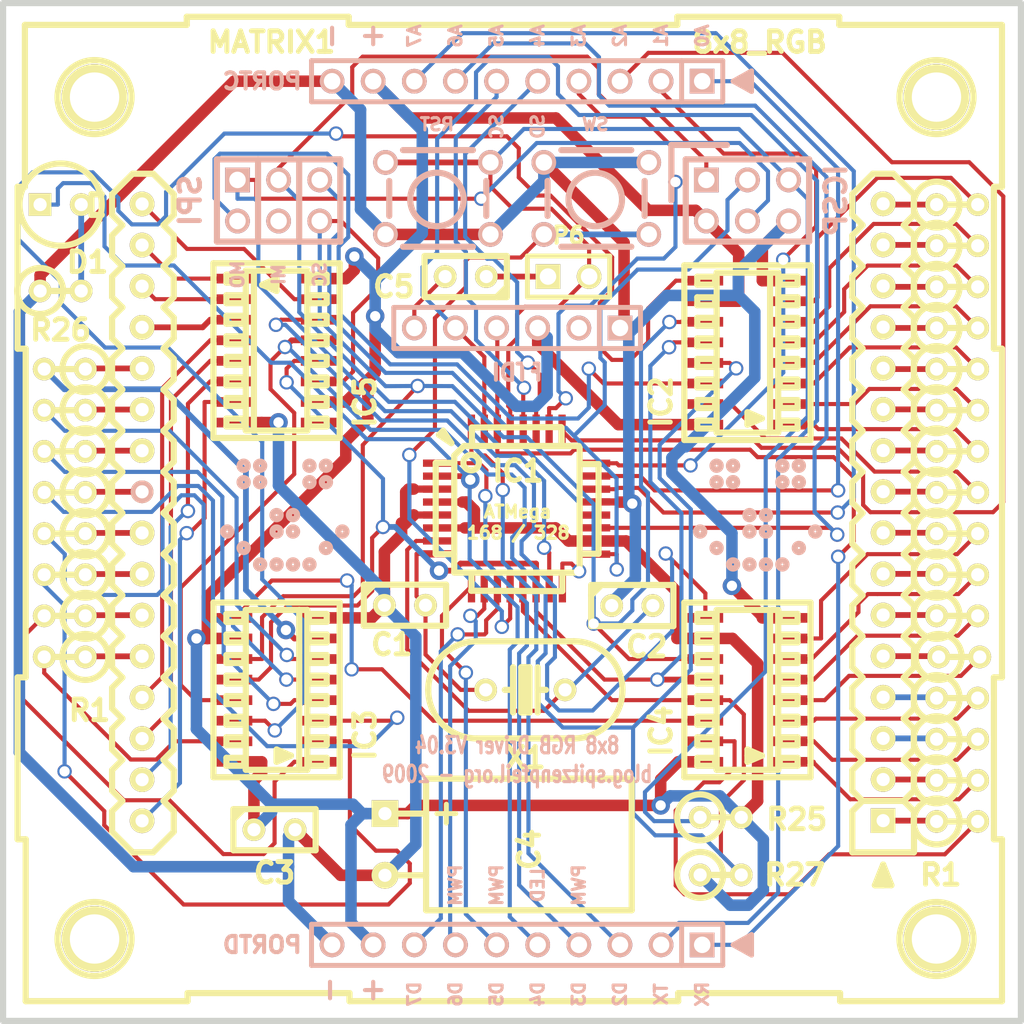
<source format=kicad_pcb>
(kicad_pcb (version 3) (host pcbnew "(2013-06-27 BZR 4227)-testing")
  (title_block (date "25 jan 2013"))
  (layers (15 Front signal) (0 Back signal) (20 B.SilkS user) (21 F.SilkS user) (22 B.Mask user) (23 F.Mask user) (28 Edge.Cuts user))
  (net 0 "")
  (net 1 /GND)
  (net 2 /RESET)
  (net 3 N-000001)
  (net 4 N-000002)
  (net 5 N-000004)
  (net 6 N-000005)
  (net 7 N-000006)
  (net 8 N-000007)
  (net 9 N-000008)
  (net 10 N-000009)
  (net 11 N-000010)
  (net 12 N-000011)
  (net 13 N-000012)
  (net 14 N-000013)
  (net 15 N-000014)
  (net 16 N-000015)
  (net 17 N-000016)
  (net 18 N-000017)
  (net 19 N-000018)
  (net 20 N-000019)
  (net 21 N-000020)
  (net 22 N-000021)
  (net 23 N-000022)
  (net 24 N-000023)
  (net 25 N-000024)
  (net 26 N-000025)
  (net 27 N-000026)
  (net 28 N-000027)
  (net 29 N-000028)
  (net 30 N-000029)
  (net 31 N-000030)
  (net 32 N-000031)
  (net 33 N-000032)
  (net 34 N-000033)
  (net 35 N-000034)
  (net 36 N-000035)
  (net 37 N-000036)
  (net 38 N-000037)
  (net 39 N-000038)
  (net 40 N-000039)
  (net 41 N-000040)
  (net 42 N-000041)
  (net 43 N-000042)
  (net 44 N-000043)
  (net 45 N-000044)
  (net 46 N-000045)
  (net 47 N-000046)
  (net 48 N-000047)
  (net 49 N-000048)
  (net 50 N-000049)
  (net 51 N-000050)
  (net 52 N-000051)
  (net 53 N-000052)
  (net 54 N-000053)
  (net 55 N-000054)
  (net 56 N-000055)
  (net 57 N-000056)
  (net 58 N-000057)
  (net 59 N-000058)
  (net 60 N-000059)
  (net 61 N-000060)
  (net 62 N-000061)
  (net 63 N-000062)
  (net 64 N-000063)
  (net 65 N-000064)
  (net 66 N-000065)
  (net 67 N-000066)
  (net 68 N-000067)
  (net 69 N-000068)
  (net 70 N-000069)
  (net 71 N-000070)
  (net 72 N-000071)
  (net 73 N-000072)
  (net 74 N-000073)
  (net 75 N-000074)
  (net 76 N-000075)
  (net 77 N-000076)
  (net 78 N-000077)
  (net 79 N-000078)
  (net 80 N-000079)
  (net 81 N-000080)
  (net 82 N-000081)
  (net 83 N-000082)
  (net 84 N-000083)
  (net 85 N-000084)
  (net 86 N-000085)
  (net 87 N-000086)
  (net 88 N-000087)
  (net 89 N-000088)
  (net 90 N-000093)
  (net 91 VCC)
  (module HC49U-S (layer Front) (at 138.176 98.044 180)
    (fp_text reference X1 (at 0 -4.191 180) (layer F.SilkS) (effects (font (size 1.27 1.27) (thickness 0.3048))))
    (fp_text value 16Mhz hide)
    (pad 1 thru_hole circle (at -2.4511 0 180) (size 1.397 1.397) (drill 0.8128) (layers *.Cu *.Mask F.SilkS) (net 89 N-000088))
    (pad 2 thru_hole circle (at 2.4511 0 180) (size 1.397 1.397) (drill 0.8128) (layers *.Cu *.Mask F.SilkS) (net 7 N-000006))
  )
  (module pin_array_3x2 (layer Back) (at 122.936 67.818)
    (fp_text reference P5 hide)
    (fp_text value JMP hide)
    (fp_text user SPI (at -5.461 0 90) (layer B.SilkS) (effects (font (size 1.27 1.27) (thickness 0.3048)) (justify mirror)))
    (pad 1 thru_hole rect (at -2.54 -1.27) (size 1.524 1.524) (drill 1.016) (layers *.Cu *.Mask B.SilkS) (net 80 N-000079))
    (pad 2 thru_hole circle (at -2.54 1.27) (size 1.524 1.524) (drill 1.016) (layers *.Cu *.Mask B.SilkS) (net 11 N-000010))
    (pad 3 thru_hole circle (at 0 -1.27) (size 1.524 1.524) (drill 1.016) (layers *.Cu *.Mask B.SilkS) (net 3 N-000001))
    (pad 4 thru_hole circle (at 0 1.27) (size 1.524 1.524) (drill 1.016) (layers *.Cu *.Mask B.SilkS))
    (pad 5 thru_hole circle (at 2.54 -1.27) (size 1.524 1.524) (drill 1.016) (layers *.Cu *.Mask B.SilkS) (net 83 N-000082))
    (pad 6 thru_hole circle (at 2.54 1.27) (size 1.524 1.524) (drill 1.016) (layers *.Cu *.Mask B.SilkS) (net 82 N-000081))
  )
  (module pin_array_3x2 (layer Back) (at 151.892 67.818)
    (fp_text reference P4 hide)
    (fp_text value ICSP hide)
    (fp_text user ICSP (at 5.461 0 90) (layer B.SilkS) (effects (font (size 1.27 1.27) (thickness 0.3048)) (justify mirror)))
    (pad 1 thru_hole rect (at -2.54 -1.27) (size 1.524 1.524) (drill 1.016) (layers *.Cu *.Mask B.SilkS) (net 3 N-000001))
    (pad 2 thru_hole circle (at -2.54 1.27) (size 1.524 1.524) (drill 1.016) (layers *.Cu *.Mask B.SilkS) (net 91 VCC))
    (pad 3 thru_hole circle (at 0 -1.27) (size 1.524 1.524) (drill 1.016) (layers *.Cu *.Mask B.SilkS) (net 83 N-000082))
    (pad 4 thru_hole circle (at 0 1.27) (size 1.524 1.524) (drill 1.016) (layers *.Cu *.Mask B.SilkS) (net 80 N-000079))
    (pad 5 thru_hole circle (at 2.54 -1.27) (size 1.524 1.524) (drill 1.016) (layers *.Cu *.Mask B.SilkS) (net 2 /RESET))
    (pad 6 thru_hole circle (at 2.54 1.27) (size 1.524 1.524) (drill 1.016) (layers *.Cu *.Mask B.SilkS) (net 1 /GND))
  )
  (module C1 (layer Front) (at 134.493 72.517 180)
    (fp_text reference C5 (at 4.445 -0.635 180) (layer F.SilkS) (effects (font (size 1.27 1.27) (thickness 0.3048))))
    (fp_text value 100nF hide)
    (pad 1 thru_hole circle (at -1.27 0 180) (size 1.397 1.397) (drill 0.8128) (layers *.Cu *.Mask F.SilkS) (net 5 N-000004))
    (pad 2 thru_hole circle (at 1.27 0 180) (size 1.397 1.397) (drill 0.8128) (layers *.Cu *.Mask F.SilkS) (net 6 N-000005))
  )
  (module C1 (layer Front) (at 144.78 92.837)
    (fp_text reference C2 (at 0.889 2.54) (layer F.SilkS) (effects (font (size 1.27 1.27) (thickness 0.3048))))
    (fp_text value 22pF hide)
    (pad 1 thru_hole circle (at -1.27 0) (size 1.397 1.397) (drill 0.8128) (layers *.Cu *.Mask F.SilkS) (net 1 /GND))
    (pad 2 thru_hole circle (at 1.27 0) (size 1.397 1.397) (drill 0.8128) (layers *.Cu *.Mask F.SilkS) (net 89 N-000088))
  )
  (module C1 (layer Front) (at 130.73888 92.81668)
    (fp_text reference C1 (at -0.81788 2.43332) (layer F.SilkS) (effects (font (size 1.27 1.27) (thickness 0.3048))))
    (fp_text value 22pF hide)
    (pad 1 thru_hole circle (at -1.27 0) (size 1.397 1.397) (drill 0.8128) (layers *.Cu *.Mask F.SilkS) (net 1 /GND))
    (pad 2 thru_hole circle (at 1.27 0) (size 1.397 1.397) (drill 0.8128) (layers *.Cu *.Mask F.SilkS) (net 7 N-000006))
  )
  (module C1.5V8H (layer Front) (at 129.50444 107.59186 90)
    (fp_text reference C4 (at -0.3048 8.9154 90) (layer F.SilkS) (effects (font (size 1.27 1.27) (thickness 0.3048))))
    (fp_text value 47muF hide)
    (fp_text user + (at 1.905 3.683 90) (layer F.SilkS) (effects (font (thickness 0.3048))))
    (pad 1 thru_hole rect (at 1.905 0 90) (size 1.651 1.651) (drill 0.8128) (layers *.Cu *.Mask F.SilkS) (net 91 VCC))
    (pad 2 thru_hole circle (at -1.905 0 90) (size 1.651 1.651) (drill 0.8128) (layers *.Cu *.Mask F.SilkS) (net 1 /GND))
  )
  (module C1 (layer Front) (at 122.682 106.68)
    (fp_text reference C3 (at 0 2.667) (layer F.SilkS) (effects (font (size 1.27 1.27) (thickness 0.3048))))
    (fp_text value 100nF hide)
    (pad 1 thru_hole circle (at -1.27 0) (size 1.397 1.397) (drill 0.8128) (layers *.Cu *.Mask F.SilkS) (net 91 VCC))
    (pad 2 thru_hole circle (at 1.27 0) (size 1.397 1.397) (drill 0.8128) (layers *.Cu *.Mask F.SilkS) (net 1 /GND))
  )
  (module LEDV (layer Front) (at 109.474 68.072)
    (fp_text reference D1 (at 1.65608 3.556) (layer F.SilkS) (effects (font (size 1.27 1.27) (thickness 0.3048))))
    (fp_text value LED hide)
    (pad 1 thru_hole rect (at -1.27 0) (size 1.397 1.397) (drill 0.8128) (layers *.Cu *.Mask F.SilkS) (net 14 N-000013))
    (pad 2 thru_hole circle (at 1.27 0) (size 1.397 1.397) (drill 0.8128) (layers *.Cu *.Mask F.SilkS) (net 90 N-000093))
  )
  (module R1 (layer Front) (at 164.846 88.392)
    (fp_text reference R24 hide)
    (fp_text value 270 hide)
    (pad 1 thru_hole circle (at -1.27 0) (size 1.397 1.397) (drill 0.8128) (layers *.Cu *.Mask F.SilkS) (net 30 N-000029))
    (pad 2 thru_hole circle (at 1.27 0) (size 1.397 1.397) (drill 0.8128) (layers *.Cu *.Mask F.SilkS) (net 56 N-000055))
  )
  (module R1 (layer Front) (at 164.846 90.932)
    (fp_text reference R23 hide)
    (fp_text value 270 hide)
    (pad 1 thru_hole circle (at -1.27 0) (size 1.397 1.397) (drill 0.8128) (layers *.Cu *.Mask F.SilkS) (net 68 N-000067))
    (pad 2 thru_hole circle (at 1.27 0) (size 1.397 1.397) (drill 0.8128) (layers *.Cu *.Mask F.SilkS) (net 43 N-000042))
  )
  (module R1 (layer Front) (at 164.846 93.472)
    (fp_text reference R22 hide)
    (fp_text value 270 hide)
    (pad 1 thru_hole circle (at -1.27 0) (size 1.397 1.397) (drill 0.8128) (layers *.Cu *.Mask F.SilkS) (net 31 N-000030))
    (pad 2 thru_hole circle (at 1.27 0) (size 1.397 1.397) (drill 0.8128) (layers *.Cu *.Mask F.SilkS) (net 55 N-000054))
  )
  (module R1 (layer Front) (at 164.973 96.012)
    (fp_text reference R21 hide)
    (fp_text value 270 hide)
    (pad 1 thru_hole circle (at -1.27 0) (size 1.397 1.397) (drill 0.8128) (layers *.Cu *.Mask F.SilkS) (net 67 N-000066))
    (pad 2 thru_hole circle (at 1.27 0) (size 1.397 1.397) (drill 0.8128) (layers *.Cu *.Mask F.SilkS) (net 44 N-000043))
  )
  (module R1 (layer Front) (at 164.846 98.552)
    (fp_text reference R20 hide)
    (fp_text value 270 hide)
    (pad 1 thru_hole circle (at -1.27 0) (size 1.397 1.397) (drill 0.8128) (layers *.Cu *.Mask F.SilkS) (net 32 N-000031))
    (pad 2 thru_hole circle (at 1.27 0) (size 1.397 1.397) (drill 0.8128) (layers *.Cu *.Mask F.SilkS) (net 54 N-000053))
  )
  (module R1 (layer Front) (at 164.846 101.092)
    (fp_text reference R19 hide)
    (fp_text value 270 hide)
    (pad 1 thru_hole circle (at -1.27 0) (size 1.397 1.397) (drill 0.8128) (layers *.Cu *.Mask F.SilkS) (net 66 N-000065))
    (pad 2 thru_hole circle (at 1.27 0) (size 1.397 1.397) (drill 0.8128) (layers *.Cu *.Mask F.SilkS) (net 45 N-000044))
  )
  (module R1 (layer Front) (at 164.846 103.632)
    (fp_text reference R18 hide)
    (fp_text value 270 hide)
    (pad 1 thru_hole circle (at -1.27 0) (size 1.397 1.397) (drill 0.8128) (layers *.Cu *.Mask F.SilkS) (net 33 N-000032))
    (pad 2 thru_hole circle (at 1.27 0) (size 1.397 1.397) (drill 0.8128) (layers *.Cu *.Mask F.SilkS) (net 53 N-000052))
  )
  (module R1 (layer Front) (at 164.846 106.172)
    (fp_text reference R17 hide)
    (fp_text value 270 hide)
    (pad 1 thru_hole circle (at -1.27 0) (size 1.397 1.397) (drill 0.8128) (layers *.Cu *.Mask F.SilkS) (net 65 N-000064))
    (pad 2 thru_hole circle (at 1.27 0) (size 1.397 1.397) (drill 0.8128) (layers *.Cu *.Mask F.SilkS) (net 46 N-000045))
  )
  (module R1 (layer Front) (at 109.728 78.232 180)
    (fp_text reference R16 hide)
    (fp_text value 270 hide)
    (pad 1 thru_hole circle (at -1.27 0 180) (size 1.397 1.397) (drill 0.8128) (layers *.Cu *.Mask F.SilkS) (net 34 N-000033))
    (pad 2 thru_hole circle (at 1.27 0 180) (size 1.397 1.397) (drill 0.8128) (layers *.Cu *.Mask F.SilkS) (net 47 N-000046))
  )
  (module R1 (layer Front) (at 109.728 80.772 180)
    (fp_text reference R15 hide)
    (fp_text value 270 hide)
    (pad 1 thru_hole circle (at -1.27 0 180) (size 1.397 1.397) (drill 0.8128) (layers *.Cu *.Mask F.SilkS) (net 64 N-000063))
    (pad 2 thru_hole circle (at 1.27 0 180) (size 1.397 1.397) (drill 0.8128) (layers *.Cu *.Mask F.SilkS) (net 29 N-000028))
  )
  (module R1 (layer Front) (at 109.728 83.312 180)
    (fp_text reference R14 hide)
    (fp_text value 270 hide)
    (pad 1 thru_hole circle (at -1.27 0 180) (size 1.397 1.397) (drill 0.8128) (layers *.Cu *.Mask F.SilkS) (net 35 N-000034))
    (pad 2 thru_hole circle (at 1.27 0 180) (size 1.397 1.397) (drill 0.8128) (layers *.Cu *.Mask F.SilkS) (net 51 N-000050))
  )
  (module R1 (layer Front) (at 109.728 85.852 180)
    (fp_text reference R13 hide)
    (fp_text value 270 hide)
    (pad 1 thru_hole circle (at -1.27 0 180) (size 1.397 1.397) (drill 0.8128) (layers *.Cu *.Mask F.SilkS) (net 63 N-000062))
    (pad 2 thru_hole circle (at 1.27 0 180) (size 1.397 1.397) (drill 0.8128) (layers *.Cu *.Mask F.SilkS) (net 28 N-000027))
  )
  (module R1 (layer Front) (at 109.728 88.392 180)
    (fp_text reference R12 hide)
    (fp_text value 270 hide)
    (pad 1 thru_hole circle (at -1.27 0 180) (size 1.397 1.397) (drill 0.8128) (layers *.Cu *.Mask F.SilkS) (net 36 N-000035))
    (pad 2 thru_hole circle (at 1.27 0 180) (size 1.397 1.397) (drill 0.8128) (layers *.Cu *.Mask F.SilkS) (net 50 N-000049))
  )
  (module R1 (layer Front) (at 109.728 90.932 180)
    (fp_text reference R11 hide)
    (fp_text value 270 hide)
    (pad 1 thru_hole circle (at -1.27 0 180) (size 1.397 1.397) (drill 0.8128) (layers *.Cu *.Mask F.SilkS) (net 62 N-000061))
    (pad 2 thru_hole circle (at 1.27 0 180) (size 1.397 1.397) (drill 0.8128) (layers *.Cu *.Mask F.SilkS) (net 27 N-000026))
  )
  (module R1 (layer Front) (at 109.728 93.472 180)
    (fp_text reference R10 hide)
    (fp_text value 270 hide)
    (pad 1 thru_hole circle (at -1.27 0 180) (size 1.397 1.397) (drill 0.8128) (layers *.Cu *.Mask F.SilkS) (net 37 N-000036))
    (pad 2 thru_hole circle (at 1.27 0 180) (size 1.397 1.397) (drill 0.8128) (layers *.Cu *.Mask F.SilkS) (net 49 N-000048))
  )
  (module R1 (layer Front) (at 109.728 96.012 180)
    (fp_text reference R9 hide)
    (fp_text value 270 hide)
    (pad 1 thru_hole circle (at -1.27 0 180) (size 1.397 1.397) (drill 0.8128) (layers *.Cu *.Mask F.SilkS) (net 61 N-000060))
    (pad 2 thru_hole circle (at 1.27 0 180) (size 1.397 1.397) (drill 0.8128) (layers *.Cu *.Mask F.SilkS) (net 26 N-000025))
  )
  (module R1 (layer Front) (at 164.846 68.072)
    (fp_text reference R8 hide)
    (fp_text value 270 hide)
    (pad 1 thru_hole circle (at -1.27 0) (size 1.397 1.397) (drill 0.8128) (layers *.Cu *.Mask F.SilkS) (net 38 N-000037))
    (pad 2 thru_hole circle (at 1.27 0) (size 1.397 1.397) (drill 0.8128) (layers *.Cu *.Mask F.SilkS) (net 22 N-000021))
  )
  (module R1 (layer Front) (at 164.846 70.612)
    (fp_text reference R7 hide)
    (fp_text value 270 hide)
    (pad 1 thru_hole circle (at -1.27 0) (size 1.397 1.397) (drill 0.8128) (layers *.Cu *.Mask F.SilkS) (net 60 N-000059))
    (pad 2 thru_hole circle (at 1.27 0) (size 1.397 1.397) (drill 0.8128) (layers *.Cu *.Mask F.SilkS) (net 72 N-000071))
  )
  (module R1 (layer Front) (at 164.846 73.152)
    (fp_text reference R6 hide)
    (fp_text value 270 hide)
    (pad 1 thru_hole circle (at -1.27 0) (size 1.397 1.397) (drill 0.8128) (layers *.Cu *.Mask F.SilkS) (net 39 N-000038))
    (pad 2 thru_hole circle (at 1.27 0) (size 1.397 1.397) (drill 0.8128) (layers *.Cu *.Mask F.SilkS) (net 23 N-000022))
  )
  (module R1 (layer Front) (at 164.846 75.692)
    (fp_text reference R5 hide)
    (fp_text value 270 hide)
    (pad 1 thru_hole circle (at -1.27 0) (size 1.397 1.397) (drill 0.8128) (layers *.Cu *.Mask F.SilkS) (net 59 N-000058))
    (pad 2 thru_hole circle (at 1.27 0) (size 1.397 1.397) (drill 0.8128) (layers *.Cu *.Mask F.SilkS) (net 71 N-000070))
  )
  (module R1 (layer Front) (at 164.846 78.232)
    (fp_text reference R4 hide)
    (fp_text value 270 hide)
    (pad 1 thru_hole circle (at -1.27 0) (size 1.397 1.397) (drill 0.8128) (layers *.Cu *.Mask F.SilkS) (net 40 N-000039))
    (pad 2 thru_hole circle (at 1.27 0) (size 1.397 1.397) (drill 0.8128) (layers *.Cu *.Mask F.SilkS) (net 24 N-000023))
  )
  (module R1 (layer Front) (at 164.846 80.772)
    (fp_text reference R3 hide)
    (fp_text value 270 hide)
    (pad 1 thru_hole circle (at -1.27 0) (size 1.397 1.397) (drill 0.8128) (layers *.Cu *.Mask F.SilkS) (net 58 N-000057))
    (pad 2 thru_hole circle (at 1.27 0) (size 1.397 1.397) (drill 0.8128) (layers *.Cu *.Mask F.SilkS) (net 70 N-000069))
  )
  (module R1 (layer Front) (at 164.846 83.312)
    (fp_text reference R2 hide)
    (fp_text value 270 hide)
    (pad 1 thru_hole circle (at -1.27 0) (size 1.397 1.397) (drill 0.8128) (layers *.Cu *.Mask F.SilkS) (net 41 N-000040))
    (pad 2 thru_hole circle (at 1.27 0) (size 1.397 1.397) (drill 0.8128) (layers *.Cu *.Mask F.SilkS) (net 25 N-000024))
  )
  (module R1 (layer Front) (at 164.846 85.852)
    (fp_text reference R1 hide)
    (fp_text value 270 hide)
    (pad 1 thru_hole circle (at -1.27 0) (size 1.397 1.397) (drill 0.8128) (layers *.Cu *.Mask F.SilkS) (net 57 N-000056))
    (pad 2 thru_hole circle (at 1.27 0) (size 1.397 1.397) (drill 0.8128) (layers *.Cu *.Mask F.SilkS) (net 69 N-000068))
  )
  (module R1 (layer Front) (at 109.474 73.406)
    (fp_text reference R26 (at 0 2.413) (layer F.SilkS) (effects (font (size 1.27 1.27) (thickness 0.3048))))
    (fp_text value 1k hide)
    (pad 1 thru_hole circle (at -1.27 0) (size 1.397 1.397) (drill 0.8128) (layers *.Cu *.Mask F.SilkS) (net 1 /GND))
    (pad 2 thru_hole circle (at 1.27 0) (size 1.397 1.397) (drill 0.8128) (layers *.Cu *.Mask F.SilkS) (net 90 N-000093))
  )
  (module R1 (layer Front) (at 150.241 105.918)
    (fp_text reference R25 (at 4.699 0.127) (layer F.SilkS) (effects (font (size 1.27 1.27) (thickness 0.3048))))
    (fp_text value 10k hide)
    (pad 1 thru_hole circle (at -1.27 0) (size 1.397 1.397) (drill 0.8128) (layers *.Cu *.Mask F.SilkS) (net 2 /RESET))
    (pad 2 thru_hole circle (at 1.27 0) (size 1.397 1.397) (drill 0.8128) (layers *.Cu *.Mask F.SilkS) (net 91 VCC))
  )
  (module 1pin (layer Front) (at 111.56696 61.43244)
    (fp_text reference 1PIN-1 hide)
    (fp_text value P*** hide)
    (pad 1 thru_hole circle (at 0 0) (size 4.064 4.064) (drill 3.048) (layers *.Cu *.Mask F.SilkS))
  )
  (module 1pin (layer Front) (at 111.56696 113.43132)
    (fp_text reference 1PIN-4 hide)
    (fp_text value P*** hide)
    (pad 1 thru_hole circle (at 0 0) (size 4.064 4.064) (drill 3.048) (layers *.Cu *.Mask F.SilkS))
  )
  (module 1pin (layer Front) (at 163.56838 61.43244)
    (fp_text reference 1PIN-2 hide)
    (fp_text value P*** hide)
    (pad 1 thru_hole circle (at 0 0) (size 4.064 4.064) (drill 3.048) (layers *.Cu *.Mask F.SilkS))
  )
  (module 1pin (layer Front) (at 163.56838 113.43132)
    (fp_text reference 1PIN-3 hide)
    (fp_text value P*** hide)
    (pad 1 thru_hole circle (at 0 0) (size 4.064 4.064) (drill 3.048) (layers *.Cu *.Mask F.SilkS))
  )
  (module R1 (layer Front) (at 150.241 109.474)
    (fp_text reference R27 (at 4.572 0) (layer F.SilkS) (effects (font (size 1.27 1.27) (thickness 0.3048))))
    (fp_text value 10k hide)
    (pad 1 thru_hole circle (at -1.27 0) (size 1.397 1.397) (drill 0.8128) (layers *.Cu *.Mask F.SilkS) (net 91 VCC))
    (pad 2 thru_hole circle (at 1.27 0) (size 1.397 1.397) (drill 0.8128) (layers *.Cu *.Mask F.SilkS) (net 84 N-000083))
  )
  (module MADW__LEDSEE_8x8_RGB (layer Front) (at 137.414 87.122)
    (fp_text reference MATRIX1 (at -14.9225 -29.083) (layer F.SilkS) (effects (font (size 1.27 1.27) (thickness 0.3048))))
    (fp_text value 8x8_RGB (at 15.24 -29.083) (layer F.SilkS) (effects (font (size 1.27 1.27) (thickness 0.3048))))
    (pad 17 thru_hole circle (at -22.9108 -19.09064) (size 1.524 1.524) (drill 0.8128) (layers *.Cu *.Mask F.SilkS) (net 73 N-000072))
    (pad 18 thru_hole circle (at -22.9108 -16.55064) (size 1.524 1.524) (drill 0.8128) (layers *.Cu *.Mask F.SilkS) (net 21 N-000020))
    (pad 19 thru_hole circle (at -22.9108 -14.01064) (size 1.524 1.524) (drill 0.8128) (layers *.Cu *.Mask F.SilkS) (net 74 N-000073))
    (pad 20 thru_hole circle (at -22.9108 -11.47064) (size 1.524 1.524) (drill 0.8128) (layers *.Cu *.Mask F.SilkS) (net 20 N-000019))
    (pad 21 thru_hole circle (at -22.9108 -8.93064) (size 1.524 1.524) (drill 0.8128) (layers *.Cu *.Mask F.SilkS) (net 34 N-000033))
    (pad 22 thru_hole circle (at -22.9108 -6.39064) (size 1.524 1.524) (drill 0.8128) (layers *.Cu *.Mask F.SilkS) (net 64 N-000063))
    (pad 23 thru_hole circle (at -22.9108 -3.85064) (size 1.524 1.524) (drill 0.8128) (layers *.Cu *.Mask F.SilkS) (net 35 N-000034))
    (pad 25 thru_hole circle (at -22.9108 1.22936) (size 1.524 1.524) (drill 0.8128) (layers *.Cu *.Mask F.SilkS) (net 36 N-000035))
    (pad 26 thru_hole circle (at -22.9108 3.76936) (size 1.524 1.524) (drill 0.8128) (layers *.Cu *.Mask F.SilkS) (net 62 N-000061))
    (pad 27 thru_hole circle (at -22.9108 6.30936) (size 1.524 1.524) (drill 0.8128) (layers *.Cu *.Mask F.SilkS) (net 37 N-000036))
    (pad 28 thru_hole circle (at -22.9108 8.84936) (size 1.524 1.524) (drill 0.8128) (layers *.Cu *.Mask F.SilkS) (net 61 N-000060))
    (pad 29 thru_hole circle (at -22.9108 11.38936) (size 1.524 1.524) (drill 0.8128) (layers *.Cu *.Mask F.SilkS) (net 75 N-000074))
    (pad 30 thru_hole circle (at -22.9108 13.92936) (size 1.524 1.524) (drill 0.8128) (layers *.Cu *.Mask F.SilkS) (net 19 N-000018))
    (pad 31 thru_hole circle (at -22.9108 16.46936) (size 1.524 1.524) (drill 0.8128) (layers *.Cu *.Mask F.SilkS) (net 76 N-000075))
    (pad 32 thru_hole circle (at -22.9108 19.00936) (size 1.524 1.524) (drill 0.8128) (layers *.Cu *.Mask F.SilkS) (net 18 N-000017))
    (pad 16 thru_hole circle (at 22.86 -19.1008) (size 1.524 1.524) (drill 0.8128) (layers *.Cu *.Mask F.SilkS) (net 38 N-000037))
    (pad 15 thru_hole circle (at 22.86 -16.5608) (size 1.524 1.524) (drill 0.8128) (layers *.Cu *.Mask F.SilkS) (net 60 N-000059))
    (pad 14 thru_hole circle (at 22.86 -14.0208) (size 1.524 1.524) (drill 0.8128) (layers *.Cu *.Mask F.SilkS) (net 39 N-000038))
    (pad 13 thru_hole circle (at 22.86 -11.4808) (size 1.524 1.524) (drill 0.8128) (layers *.Cu *.Mask F.SilkS) (net 59 N-000058))
    (pad 12 thru_hole circle (at 22.86 -8.9408) (size 1.524 1.524) (drill 0.8128) (layers *.Cu *.Mask F.SilkS) (net 40 N-000039))
    (pad 11 thru_hole circle (at 22.86 -6.4008) (size 1.524 1.524) (drill 0.8128) (layers *.Cu *.Mask F.SilkS) (net 58 N-000057))
    (pad 10 thru_hole circle (at 22.86 -3.8608) (size 1.524 1.524) (drill 0.8128) (layers *.Cu *.Mask F.SilkS) (net 41 N-000040))
    (pad 9 thru_hole circle (at 22.86 -1.3208) (size 1.524 1.524) (drill 0.8128) (layers *.Cu *.Mask F.SilkS) (net 57 N-000056))
    (pad 8 thru_hole circle (at 22.86 1.2192) (size 1.524 1.524) (drill 0.8128) (layers *.Cu *.Mask F.SilkS) (net 30 N-000029))
    (pad 7 thru_hole circle (at 22.86 3.7592) (size 1.524 1.524) (drill 0.8128) (layers *.Cu *.Mask F.SilkS) (net 68 N-000067))
    (pad 6 thru_hole circle (at 22.86 6.2992) (size 1.524 1.524) (drill 0.8128) (layers *.Cu *.Mask F.SilkS) (net 31 N-000030))
    (pad 5 thru_hole circle (at 22.86 8.8392) (size 1.524 1.524) (drill 0.8128) (layers *.Cu *.Mask F.SilkS) (net 67 N-000066))
    (pad 4 thru_hole circle (at 22.86 11.3792) (size 1.524 1.524) (drill oval 0.8128) (layers *.Cu *.Mask F.SilkS) (net 32 N-000031))
    (pad 3 thru_hole circle (at 22.86 13.9192) (size 1.524 1.524) (drill oval 0.8128) (layers *.Cu *.Mask F.SilkS) (net 66 N-000065))
    (pad 2 thru_hole circle (at 22.86 16.4592) (size 1.524 1.524) (drill 0.8128) (layers *.Cu *.Mask F.SilkS) (net 33 N-000032))
    (pad 1 thru_hole rect (at 22.86 18.9992) (size 1.524 1.524) (drill 0.8128) (layers *.Cu *.Mask F.SilkS) (net 65 N-000064))
    (pad 24 thru_hole circle (at -22.9108 -1.31064) (size 1.397 1.397) (drill 0.8128) (layers *.Cu *.SilkS *.Mask) (net 63 N-000062))
  )
  (module MADW__SO16 (layer Front) (at 151.892 77.216 90)
    (fp_text reference IC2 (at -3.048 -5.334 90) (layer F.SilkS) (effects (font (size 1.27 1.27) (thickness 0.3048))))
    (fp_text value 74HC595_SMD hide)
    (pad 1 smd rect (at -4.445 2.59842 90) (size 0.59944 2.19964) (layers Front F.Mask) (net 25 N-000024))
    (pad 2 smd rect (at -3.175 2.59842 90) (size 0.59944 2.19964) (layers Front F.Mask) (net 70 N-000069))
    (pad 3 smd rect (at -1.905 2.59842 90) (size 0.59944 2.19964) (layers Front F.Mask) (net 24 N-000023))
    (pad 4 smd rect (at -0.635 2.59842 90) (size 0.59944 2.19964) (layers Front F.Mask) (net 71 N-000070))
    (pad 5 smd rect (at 0.635 2.59842 90) (size 0.59944 2.19964) (layers Front F.Mask) (net 23 N-000022))
    (pad 6 smd rect (at 1.905 2.59842 90) (size 0.59944 2.19964) (layers Front F.Mask) (net 72 N-000071))
    (pad 7 smd rect (at 3.175 2.59842 90) (size 0.59944 2.19964) (layers Front F.Mask) (net 22 N-000021))
    (pad 8 smd rect (at 4.445 2.59842 90) (size 0.59944 2.19964) (layers Front F.Mask) (net 1 /GND))
    (pad 9 smd rect (at 4.445 -2.59842 90) (size 0.59944 2.19964) (layers Front F.Mask) (net 48 N-000047))
    (pad 10 smd rect (at 3.175 -2.59842 90) (size 0.59944 2.19964) (layers Front F.Mask) (net 91 VCC))
    (pad 11 smd rect (at 1.905 -2.59842 90) (size 0.59944 2.19964) (layers Front F.Mask) (net 82 N-000081))
    (pad 12 smd rect (at 0.635 -2.59842 90) (size 0.59944 2.19964) (layers Front F.Mask) (net 81 N-000080))
    (pad 13 smd rect (at -0.635 -2.59842 90) (size 0.59944 2.19964) (layers Front F.Mask) (net 84 N-000083))
    (pad 14 smd rect (at -1.905 -2.59842 90) (size 0.59944 2.19964) (layers Front F.Mask) (net 11 N-000010))
    (pad 15 smd rect (at -3.175 -2.59842 90) (size 0.59944 2.19964) (layers Front F.Mask) (net 69 N-000068))
    (pad 16 smd rect (at -4.445 -2.59842 90) (size 0.59944 2.19964) (layers Front F.Mask) (net 91 VCC))
  )
  (module MADW__SO16 (layer Front) (at 151.892 98.044 90)
    (fp_text reference IC4 (at -2.54 -5.334 90) (layer F.SilkS) (effects (font (size 1.27 1.27) (thickness 0.3048))))
    (fp_text value 74HC595_SMD hide)
    (pad 1 smd rect (at -4.445 2.59842 90) (size 0.59944 2.19964) (layers Front F.Mask) (net 53 N-000052))
    (pad 2 smd rect (at -3.175 2.59842 90) (size 0.59944 2.19964) (layers Front F.Mask) (net 45 N-000044))
    (pad 3 smd rect (at -1.905 2.59842 90) (size 0.59944 2.19964) (layers Front F.Mask) (net 54 N-000053))
    (pad 4 smd rect (at -0.635 2.59842 90) (size 0.59944 2.19964) (layers Front F.Mask) (net 44 N-000043))
    (pad 5 smd rect (at 0.635 2.59842 90) (size 0.59944 2.19964) (layers Front F.Mask) (net 55 N-000054))
    (pad 6 smd rect (at 1.905 2.59842 90) (size 0.59944 2.19964) (layers Front F.Mask) (net 43 N-000042))
    (pad 7 smd rect (at 3.175 2.59842 90) (size 0.59944 2.19964) (layers Front F.Mask) (net 56 N-000055))
    (pad 8 smd rect (at 4.445 2.59842 90) (size 0.59944 2.19964) (layers Front F.Mask) (net 1 /GND))
    (pad 9 smd rect (at 4.445 -2.59842 90) (size 0.59944 2.19964) (layers Front F.Mask) (net 42 N-000041))
    (pad 10 smd rect (at 3.175 -2.59842 90) (size 0.59944 2.19964) (layers Front F.Mask) (net 91 VCC))
    (pad 11 smd rect (at 1.905 -2.59842 90) (size 0.59944 2.19964) (layers Front F.Mask) (net 82 N-000081))
    (pad 12 smd rect (at 0.635 -2.59842 90) (size 0.59944 2.19964) (layers Front F.Mask) (net 81 N-000080))
    (pad 13 smd rect (at -0.635 -2.59842 90) (size 0.59944 2.19964) (layers Front F.Mask) (net 84 N-000083))
    (pad 14 smd rect (at -1.905 -2.59842 90) (size 0.59944 2.19964) (layers Front F.Mask) (net 52 N-000051))
    (pad 15 smd rect (at -3.175 -2.59842 90) (size 0.59944 2.19964) (layers Front F.Mask) (net 46 N-000045))
    (pad 16 smd rect (at -4.445 -2.59842 90) (size 0.59944 2.19964) (layers Front F.Mask) (net 91 VCC))
  )
  (module MADW__SO16 (layer Front) (at 122.809 77.089 270)
    (fp_text reference IC5 (at 3.175 -5.461 270) (layer F.SilkS) (effects (font (size 1.27 1.27) (thickness 0.3048))))
    (fp_text value 74HC595_SMD hide)
    (pad 1 smd rect (at -4.445 2.59842 270) (size 0.59944 2.19964) (layers Front F.Mask) (net 21 N-000020))
    (pad 2 smd rect (at -3.175 2.59842 270) (size 0.59944 2.19964) (layers Front F.Mask) (net 74 N-000073))
    (pad 3 smd rect (at -1.905 2.59842 270) (size 0.59944 2.19964) (layers Front F.Mask) (net 20 N-000019))
    (pad 4 smd rect (at -0.635 2.59842 270) (size 0.59944 2.19964) (layers Front F.Mask) (net 75 N-000074))
    (pad 5 smd rect (at 0.635 2.59842 270) (size 0.59944 2.19964) (layers Front F.Mask) (net 19 N-000018))
    (pad 6 smd rect (at 1.905 2.59842 270) (size 0.59944 2.19964) (layers Front F.Mask) (net 76 N-000075))
    (pad 7 smd rect (at 3.175 2.59842 270) (size 0.59944 2.19964) (layers Front F.Mask) (net 18 N-000017))
    (pad 8 smd rect (at 4.445 2.59842 270) (size 0.59944 2.19964) (layers Front F.Mask) (net 1 /GND))
    (pad 9 smd rect (at 4.445 -2.59842 270) (size 0.59944 2.19964) (layers Front F.Mask))
    (pad 10 smd rect (at 3.175 -2.59842 270) (size 0.59944 2.19964) (layers Front F.Mask) (net 91 VCC))
    (pad 11 smd rect (at 1.905 -2.59842 270) (size 0.59944 2.19964) (layers Front F.Mask) (net 82 N-000081))
    (pad 12 smd rect (at 0.635 -2.59842 270) (size 0.59944 2.19964) (layers Front F.Mask) (net 81 N-000080))
    (pad 13 smd rect (at -0.635 -2.59842 270) (size 0.59944 2.19964) (layers Front F.Mask) (net 84 N-000083))
    (pad 14 smd rect (at -1.905 -2.59842 270) (size 0.59944 2.19964) (layers Front F.Mask) (net 42 N-000041))
    (pad 15 smd rect (at -3.175 -2.59842 270) (size 0.59944 2.19964) (layers Front F.Mask) (net 73 N-000072))
    (pad 16 smd rect (at -4.445 -2.59842 270) (size 0.59944 2.19964) (layers Front F.Mask) (net 91 VCC))
  )
  (module MADW__SO16 (layer Front) (at 122.809 98.044 90)
    (fp_text reference IC3 (at -2.794 5.461 90) (layer F.SilkS) (effects (font (size 1.27 1.27) (thickness 0.3048))))
    (fp_text value 74HC595_SMD hide)
    (pad 1 smd rect (at -4.445 2.59842 90) (size 0.59944 2.19964) (layers Front F.Mask) (net 49 N-000048))
    (pad 2 smd rect (at -3.175 2.59842 90) (size 0.59944 2.19964) (layers Front F.Mask) (net 27 N-000026))
    (pad 3 smd rect (at -1.905 2.59842 90) (size 0.59944 2.19964) (layers Front F.Mask) (net 50 N-000049))
    (pad 4 smd rect (at -0.635 2.59842 90) (size 0.59944 2.19964) (layers Front F.Mask) (net 28 N-000027))
    (pad 5 smd rect (at 0.635 2.59842 90) (size 0.59944 2.19964) (layers Front F.Mask) (net 51 N-000050))
    (pad 6 smd rect (at 1.905 2.59842 90) (size 0.59944 2.19964) (layers Front F.Mask) (net 29 N-000028))
    (pad 7 smd rect (at 3.175 2.59842 90) (size 0.59944 2.19964) (layers Front F.Mask) (net 47 N-000046))
    (pad 8 smd rect (at 4.445 2.59842 90) (size 0.59944 2.19964) (layers Front F.Mask) (net 1 /GND))
    (pad 9 smd rect (at 4.445 -2.59842 90) (size 0.59944 2.19964) (layers Front F.Mask) (net 52 N-000051))
    (pad 10 smd rect (at 3.175 -2.59842 90) (size 0.59944 2.19964) (layers Front F.Mask) (net 91 VCC))
    (pad 11 smd rect (at 1.905 -2.59842 90) (size 0.59944 2.19964) (layers Front F.Mask) (net 82 N-000081))
    (pad 12 smd rect (at 0.635 -2.59842 90) (size 0.59944 2.19964) (layers Front F.Mask) (net 81 N-000080))
    (pad 13 smd rect (at -0.635 -2.59842 90) (size 0.59944 2.19964) (layers Front F.Mask) (net 84 N-000083))
    (pad 14 smd rect (at -1.905 -2.59842 90) (size 0.59944 2.19964) (layers Front F.Mask) (net 48 N-000047))
    (pad 15 smd rect (at -3.175 -2.59842 90) (size 0.59944 2.19964) (layers Front F.Mask) (net 26 N-000025))
    (pad 16 smd rect (at -4.445 -2.59842 90) (size 0.59944 2.19964) (layers Front F.Mask) (net 91 VCC))
  )
  (module MADW__TQFP_32_7x7 (layer Front) (at 137.668 86.868)
    (fp_text reference IC1 (at 0.0508 -2.3368) (layer F.SilkS) (effects (font (size 1.27 1.27) (thickness 0.3048))))
    (fp_text value ATMega328 hide)
    (pad 8 smd rect (at -4.81584 2.77622) (size 1.99898 0.44958) (layers Front F.Mask) (net 7 N-000006))
    (pad 7 smd rect (at -4.81584 1.97612) (size 1.99898 0.44958) (layers Front F.Mask) (net 89 N-000088))
    (pad 6 smd rect (at -4.81584 1.17602) (size 1.99898 0.44958) (layers Front F.Mask) (net 91 VCC))
    (pad 5 smd rect (at -4.81584 0.37592) (size 1.99898 0.44958) (layers Front F.Mask) (net 1 /GND))
    (pad 4 smd rect (at -4.81584 -0.42418) (size 1.99898 0.44958) (layers Front F.Mask) (net 91 VCC))
    (pad 3 smd rect (at -4.81584 -1.22428) (size 1.99898 0.44958) (layers Front F.Mask) (net 1 /GND))
    (pad 2 smd rect (at -4.81584 -2.02438) (size 1.99898 0.44958) (layers Front F.Mask) (net 14 N-000013))
    (pad 1 smd rect (at -4.81584 -2.82448) (size 1.99898 0.44958) (layers Front F.Mask) (net 17 N-000016))
    (pad 24 smd rect (at 4.7498 -2.8194) (size 1.99898 0.44958) (layers Front F.Mask) (net 10 N-000009))
    (pad 17 smd rect (at 4.7498 2.794) (size 1.99898 0.44958) (layers Front F.Mask) (net 83 N-000082))
    (pad 18 smd rect (at 4.7498 1.9812) (size 1.99898 0.44958) (layers Front F.Mask) (net 91 VCC))
    (pad 19 smd rect (at 4.7498 1.1684) (size 1.99898 0.44958) (layers Front F.Mask) (net 13 N-000012))
    (pad 20 smd rect (at 4.7498 0.381) (size 1.99898 0.44958) (layers Front F.Mask))
    (pad 21 smd rect (at 4.7498 -0.4318) (size 1.99898 0.44958) (layers Front F.Mask) (net 1 /GND))
    (pad 22 smd rect (at 4.7498 -1.2192) (size 1.99898 0.44958) (layers Front F.Mask) (net 12 N-000011))
    (pad 23 smd rect (at 4.7498 -2.032) (size 1.99898 0.44958) (layers Front F.Mask) (net 86 N-000085))
    (pad 32 smd rect (at -2.82448 -4.826) (size 0.44958 1.99898) (layers Front F.Mask) (net 78 N-000077))
    (pad 31 smd rect (at -2.02692 -4.826) (size 0.44958 1.99898) (layers Front F.Mask) (net 77 N-000076))
    (pad 30 smd rect (at -1.22428 -4.826) (size 0.44958 1.99898) (layers Front F.Mask) (net 4 N-000002))
    (pad 29 smd rect (at -0.42672 -4.826) (size 0.44958 1.99898) (layers Front F.Mask) (net 2 /RESET))
    (pad 28 smd rect (at 0.37592 -4.826) (size 0.44958 1.99898) (layers Front F.Mask) (net 8 N-000007))
    (pad 27 smd rect (at 1.17348 -4.826) (size 0.44958 1.99898) (layers Front F.Mask) (net 88 N-000087))
    (pad 26 smd rect (at 1.97612 -4.826) (size 0.44958 1.99898) (layers Front F.Mask) (net 9 N-000008))
    (pad 25 smd rect (at 2.77368 -4.826) (size 0.44958 1.99898) (layers Front F.Mask) (net 87 N-000086))
    (pad 9 smd rect (at -2.8194 4.7752) (size 0.44958 1.99898) (layers Front F.Mask) (net 16 N-000015))
    (pad 10 smd rect (at -2.032 4.7752) (size 0.44958 1.99898) (layers Front F.Mask) (net 79 N-000078))
    (pad 11 smd rect (at -1.2192 4.7752) (size 0.44958 1.99898) (layers Front F.Mask) (net 15 N-000014))
    (pad 12 smd rect (at -0.4318 4.7752) (size 0.44958 1.99898) (layers Front F.Mask) (net 85 N-000084))
    (pad 13 smd rect (at 0.3556 4.7752) (size 0.44958 1.99898) (layers Front F.Mask) (net 84 N-000083))
    (pad 14 smd rect (at 1.1684 4.7752) (size 0.44958 1.99898) (layers Front F.Mask) (net 81 N-000080))
    (pad 15 smd rect (at 1.9812 4.7752) (size 0.44958 1.99898) (layers Front F.Mask) (net 80 N-000079))
    (pad 16 smd rect (at 2.794 4.7752) (size 0.44958 1.99898) (layers Front F.Mask) (net 3 N-000001))
  )
  (module MADW__LPH_SW (layer Back) (at 132.715 67.818 180)
    (fp_text reference SW1 hide)
    (fp_text value RST (at 0 4.699 180) (layer B.SilkS) (effects (font (size 0.762 0.762) (thickness 0.2032)) (justify mirror)))
    (pad 1 thru_hole circle (at -3.302 2.3495 180) (size 1.524 1.524) (drill 1.016) (layers *.Cu *.Mask B.SilkS) (net 2 /RESET))
    (pad 2 thru_hole circle (at 3.175 2.3495 180) (size 1.524 1.524) (drill 1.016) (layers *.Cu *.Mask B.SilkS) (net 2 /RESET))
    (pad 3 thru_hole circle (at -3.302 -2.0955 180) (size 1.524 1.524) (drill 1.016) (layers *.Cu *.Mask B.SilkS) (net 1 /GND))
    (pad 4 thru_hole circle (at 3.175 -2.0955 180) (size 1.524 1.524) (drill 1.016) (layers *.Cu *.Mask B.SilkS) (net 1 /GND))
  )
  (module MADW__LPH_SW (layer Back) (at 142.494 67.818 180)
    (fp_text reference SW2 hide)
    (fp_text value SW (at 0 4.699 180) (layer B.SilkS) (effects (font (size 0.762 0.762) (thickness 0.2032)) (justify mirror)))
    (pad 1 thru_hole circle (at -3.302 2.3495 180) (size 1.524 1.524) (drill 1.016) (layers *.Cu *.Mask B.SilkS) (net 1 /GND))
    (pad 2 thru_hole circle (at 3.175 2.3495 180) (size 1.524 1.524) (drill 1.016) (layers *.Cu *.Mask B.SilkS) (net 1 /GND))
    (pad 3 thru_hole circle (at -3.302 -2.0955 180) (size 1.524 1.524) (drill 1.016) (layers *.Cu *.Mask B.SilkS) (net 85 N-000084))
    (pad 4 thru_hole circle (at 3.175 -2.0955 180) (size 1.524 1.524) (drill 1.016) (layers *.Cu *.Mask B.SilkS) (net 85 N-000084))
  )
  (module MADW__SIL-10 (layer Back) (at 137.668 60.452 180)
    (fp_text reference P2 hide)
    (fp_text value PORTC (at 15.748 0 180) (layer B.SilkS) (effects (font (thickness 0.25)) (justify mirror)))
    (pad 1 thru_hole rect (at -11.43 0 180) (size 1.524 1.524) (drill 1.016) (layers *.Cu *.Mask B.SilkS) (net 86 N-000085))
    (pad 2 thru_hole circle (at -8.89 0 180) (size 1.524 1.524) (drill 1.016) (layers *.Cu *.Mask B.SilkS) (net 10 N-000009))
    (pad 3 thru_hole circle (at -6.35 0 180) (size 1.524 1.524) (drill 1.016) (layers *.Cu *.Mask B.SilkS) (net 87 N-000086))
    (pad 4 thru_hole circle (at -3.81 0 180) (size 1.524 1.524) (drill 1.016) (layers *.Cu *.Mask B.SilkS) (net 9 N-000008))
    (pad 5 thru_hole circle (at -1.27 0 180) (size 1.524 1.524) (drill 1.016) (layers *.Cu *.Mask B.SilkS) (net 88 N-000087))
    (pad 6 thru_hole circle (at 1.27 0 180) (size 1.524 1.524) (drill 1.016) (layers *.Cu *.Mask B.SilkS) (net 8 N-000007))
    (pad 7 thru_hole circle (at 3.81 0 180) (size 1.524 1.524) (drill 1.016) (layers *.Cu *.Mask B.SilkS) (net 13 N-000012))
    (pad 8 thru_hole circle (at 6.35 0 180) (size 1.524 1.524) (drill 1.016) (layers *.Cu *.Mask B.SilkS) (net 12 N-000011))
    (pad 9 thru_hole circle (at 8.89 0 180) (size 1.524 1.524) (drill 1.016) (layers *.Cu *.Mask B.SilkS) (net 91 VCC))
    (pad 10 thru_hole circle (at 11.43 0 180) (size 1.524 1.524) (drill 1.016) (layers *.Cu *.Mask B.SilkS) (net 1 /GND))
  )
  (module MADW__SIL-10 (layer Back) (at 137.668 113.792 180)
    (fp_text reference P3 hide)
    (fp_text value PORTD (at 15.748 0 180) (layer B.SilkS) (effects (font (thickness 0.25)) (justify mirror)))
    (pad 1 thru_hole rect (at -11.43 0 180) (size 1.524 1.524) (drill 1.016) (layers *.Cu *.Mask B.SilkS) (net 4 N-000002))
    (pad 2 thru_hole circle (at -8.89 0 180) (size 1.524 1.524) (drill 1.016) (layers *.Cu *.Mask B.SilkS) (net 77 N-000076))
    (pad 3 thru_hole circle (at -6.35 0 180) (size 1.524 1.524) (drill 1.016) (layers *.Cu *.Mask B.SilkS) (net 78 N-000077))
    (pad 4 thru_hole circle (at -3.81 0 180) (size 1.524 1.524) (drill 1.016) (layers *.Cu *.Mask B.SilkS) (net 17 N-000016))
    (pad 5 thru_hole circle (at -1.27 0 180) (size 1.524 1.524) (drill 1.016) (layers *.Cu *.Mask B.SilkS) (net 14 N-000013))
    (pad 6 thru_hole circle (at 1.27 0 180) (size 1.524 1.524) (drill 1.016) (layers *.Cu *.Mask B.SilkS) (net 16 N-000015))
    (pad 7 thru_hole circle (at 3.81 0 180) (size 1.524 1.524) (drill 1.016) (layers *.Cu *.Mask B.SilkS) (net 79 N-000078))
    (pad 8 thru_hole circle (at 6.35 0 180) (size 1.524 1.524) (drill 1.016) (layers *.Cu *.Mask B.SilkS) (net 15 N-000014))
    (pad 9 thru_hole circle (at 8.89 0 180) (size 1.524 1.524) (drill 1.016) (layers *.Cu *.Mask B.SilkS) (net 91 VCC))
    (pad 10 thru_hole circle (at 11.43 0 180) (size 1.524 1.524) (drill 1.016) (layers *.Cu *.Mask B.SilkS) (net 1 /GND))
  )
  (module MADW__SIL-6 (layer Back) (at 137.668 75.692 180)
    (fp_text reference P1 hide)
    (fp_text value FTDI (at 0 -2.75 180) (layer B.SilkS) (effects (font (thickness 0.25)) (justify mirror)))
    (pad 1 thru_hole rect (at -6.35 0 180) (size 1.524 1.524) (drill 1.016) (layers *.Cu *.Mask B.SilkS) (net 1 /GND))
    (pad 2 thru_hole circle (at -3.81 0 180) (size 1.524 1.524) (drill 1.016) (layers *.Cu *.Mask B.SilkS))
    (pad 3 thru_hole circle (at -1.27 0 180) (size 1.524 1.524) (drill 1.016) (layers *.Cu *.Mask B.SilkS) (net 91 VCC))
    (pad 4 thru_hole circle (at 1.27 0 180) (size 1.524 1.524) (drill 1.016) (layers *.Cu *.Mask B.SilkS) (net 4 N-000002))
    (pad 5 thru_hole circle (at 3.81 0 180) (size 1.524 1.524) (drill 1.016) (layers *.Cu *.Mask B.SilkS) (net 77 N-000076))
    (pad 6 thru_hole circle (at 6.35 0 180) (size 1.524 1.524) (drill 1.016) (layers *.Cu *.Mask B.SilkS) (net 6 N-000005))
  )
  (module MADW__SIL-2 (layer Front) (at 140.843 72.517)
    (fp_text reference P6 (at 0 -2.54) (layer F.SilkS) (effects (font (thickness 0.25))))
    (fp_text value RE hide)
    (pad 1 thru_hole rect (at -1.27 0) (size 1.524 1.524) (drill 1.016) (layers *.Cu *.Mask F.SilkS) (net 5 N-000004))
    (pad 2 thru_hole circle (at 1.27 0) (size 1.524 1.524) (drill 1.016) (layers *.Cu *.Mask F.SilkS) (net 2 /RESET))
  )
  (gr_text "168 / 328" (at 137.7442 88.3412) (layer F.SilkS) (effects (font (size 0.762 0.762) (thickness 0.1905))))
  (gr_text ATMega (at 137.6934 87.0458) (layer F.SilkS) (effects (font (size 0.762 0.762) (thickness 0.1905))))
  (gr_text D7 (at 131.318 116.84 90) (layer B.SilkS) (effects (font (size 0.762 0.762) (thickness 0.2032)) (justify mirror)))
  (gr_line (start 126.111 116.078) (end 126.111 117.094) (angle 90) (layer B.SilkS) (width 0.254))
  (gr_line (start 128.27 116.586) (end 129.286 116.586) (angle 90) (layer B.SilkS) (width 0.254))
  (gr_line (start 128.778 116.078) (end 128.778 117.094) (angle 90) (layer B.SilkS) (width 0.254))
  (gr_line (start 126.238 57.15) (end 126.238 58.166) (angle 90) (layer B.SilkS) (width 0.254))
  (gr_line (start 128.778 58.166) (end 128.778 57.15) (angle 90) (layer B.SilkS) (width 0.254))
  (gr_line (start 128.27 57.658) (end 129.286 57.658) (angle 90) (layer B.SilkS) (width 0.254))
  (gr_text SC (at 136.398 63.246 90) (layer B.SilkS) (effects (font (size 0.762 0.762) (thickness 0.2032)) (justify mirror)))
  (gr_text SD (at 138.938 63.246 90) (layer B.SilkS) (effects (font (size 0.762 0.762) (thickness 0.2032)) (justify mirror)))
  (gr_text LED (at 138.938 110.109 90) (layer B.SilkS) (effects (font (size 0.762 0.762) (thickness 0.2032)) (justify mirror)))
  (gr_text PWM (at 136.398 110.109 90) (layer B.SilkS) (effects (font (size 0.762 0.762) (thickness 0.2032)) (justify mirror)))
  (gr_text PWM (at 133.858 110.109 90) (layer B.SilkS) (effects (font (size 0.762 0.762) (thickness 0.2032)) (justify mirror)))
  (gr_text PWM (at 141.478 110.109 90) (layer B.SilkS) (effects (font (size 0.762 0.762) (thickness 0.2032)) (justify mirror)))
  (gr_text D6 (at 133.858 116.84 90) (layer B.SilkS) (effects (font (size 0.762 0.762) (thickness 0.2032)) (justify mirror)))
  (gr_text D5 (at 136.398 116.84 90) (layer B.SilkS) (effects (font (size 0.762 0.762) (thickness 0.2032)) (justify mirror)))
  (gr_text D2 (at 144.018 116.84 90) (layer B.SilkS) (effects (font (size 0.762 0.762) (thickness 0.2032)) (justify mirror)))
  (gr_text D3 (at 141.478 116.84 90) (layer B.SilkS) (effects (font (size 0.762 0.762) (thickness 0.2032)) (justify mirror)))
  (gr_text D4 (at 138.938 116.84 90) (layer B.SilkS) (effects (font (size 0.762 0.762) (thickness 0.2032)) (justify mirror)))
  (gr_text TX (at 146.558 116.84 90) (layer B.SilkS) (effects (font (size 0.762 0.762) (thickness 0.2032)) (justify mirror)))
  (gr_text RX (at 149.098 116.84 90) (layer B.SilkS) (effects (font (size 0.762 0.762) (thickness 0.2032)) (justify mirror)))
  (gr_line (start 151.003 113.792) (end 152.146 113.157) (angle 90) (layer B.SilkS) (width 0.3048))
  (gr_line (start 152.146 113.157) (end 152.146 114.427) (angle 90) (layer B.SilkS) (width 0.3048))
  (gr_line (start 152.146 114.427) (end 151.003 113.792) (angle 90) (layer B.SilkS) (width 0.3048))
  (gr_line (start 151.384 113.792) (end 151.892 113.538) (angle 90) (layer B.SilkS) (width 0.3048))
  (gr_line (start 151.892 113.538) (end 151.892 114.046) (angle 90) (layer B.SilkS) (width 0.3048))
  (gr_line (start 151.892 114.046) (end 151.384 113.792) (angle 90) (layer B.SilkS) (width 0.3048))
  (gr_line (start 151.384 113.792) (end 152.019 113.792) (angle 90) (layer B.SilkS) (width 0.3048))
  (gr_line (start 151.384 60.452) (end 152.019 60.452) (angle 90) (layer B.SilkS) (width 0.3048))
  (gr_line (start 151.892 60.706) (end 151.384 60.452) (angle 90) (layer B.SilkS) (width 0.3048))
  (gr_line (start 151.892 60.198) (end 151.892 60.706) (angle 90) (layer B.SilkS) (width 0.3048))
  (gr_line (start 151.384 60.452) (end 151.892 60.198) (angle 90) (layer B.SilkS) (width 0.3048))
  (gr_line (start 152.146 61.087) (end 151.003 60.452) (angle 90) (layer B.SilkS) (width 0.3048))
  (gr_line (start 152.146 59.817) (end 152.146 61.087) (angle 90) (layer B.SilkS) (width 0.3048))
  (gr_line (start 151.003 60.452) (end 152.146 59.817) (angle 90) (layer B.SilkS) (width 0.3048))
  (gr_text A0 (at 149.098 57.658 90) (layer B.SilkS) (effects (font (size 0.762 0.762) (thickness 0.2032)) (justify mirror)))
  (gr_text A1 (at 146.558 57.658 90) (layer B.SilkS) (effects (font (size 0.762 0.762) (thickness 0.2032)) (justify mirror)))
  (gr_text A4 (at 138.938 57.658 90) (layer B.SilkS) (effects (font (size 0.762 0.762) (thickness 0.2032)) (justify mirror)))
  (gr_text A3 (at 141.478 57.658 90) (layer B.SilkS) (effects (font (size 0.762 0.762) (thickness 0.2032)) (justify mirror)))
  (gr_text A2 (at 144.018 57.658 90) (layer B.SilkS) (effects (font (size 0.762 0.762) (thickness 0.2032)) (justify mirror)))
  (gr_text A5 (at 136.398 57.658 90) (layer B.SilkS) (effects (font (size 0.762 0.762) (thickness 0.2032)) (justify mirror)))
  (gr_text A6 (at 133.858 57.658 90) (layer B.SilkS) (effects (font (size 0.762 0.762) (thickness 0.2032)) (justify mirror)))
  (gr_text A7 (at 131.318 57.658 90) (layer B.SilkS) (effects (font (size 0.762 0.762) (thickness 0.2032)) (justify mirror)))
  (gr_text "blog.spitzenpfeil.org - 2009" (at 137.668 103.251) (layer B.SilkS) (effects (font (size 1.016 0.762) (thickness 0.2032)) (justify mirror)))
  (gr_text MO (at 120.396 72.39 90) (layer B.SilkS) (effects (font (size 0.762 0.762) (thickness 0.2032)) (justify mirror)))
  (gr_text SC (at 125.476 72.39 90) (layer B.SilkS) (effects (font (size 0.762 0.762) (thickness 0.2032)) (justify mirror)))
  (gr_text MI (at 122.936 72.39 90) (layer B.SilkS) (effects (font (size 0.762 0.762) (thickness 0.2032)) (justify mirror)))
  (gr_circle (center 120.777 84.201) (end 120.777 84.455) (layer B.SilkS) (width 0.381))
  (gr_circle (center 120.777 85.217) (end 121.031 85.217) (layer B.SilkS) (width 0.381))
  (gr_circle (center 121.793 85.217) (end 122.047 85.217) (layer B.SilkS) (width 0.381))
  (gr_circle (center 121.793 84.201) (end 122.047 84.201) (layer B.SilkS) (width 0.381))
  (gr_circle (center 124.841 84.201) (end 125.095 84.201) (layer B.SilkS) (width 0.381))
  (gr_circle (center 125.857 84.201) (end 125.603 84.201) (layer B.SilkS) (width 0.381))
  (gr_circle (center 124.841 85.217) (end 124.587 85.217) (layer B.SilkS) (width 0.381))
  (gr_circle (center 122.809 87.249) (end 123.063 87.249) (layer B.SilkS) (width 0.381))
  (gr_circle (center 123.825 87.249) (end 124.079 87.249) (layer B.SilkS) (width 0.381))
  (gr_circle (center 122.809 88.265) (end 123.063 88.265) (layer B.SilkS) (width 0.381))
  (gr_circle (center 122.809 90.297) (end 123.063 90.297) (layer B.SilkS) (width 0.381))
  (gr_circle (center 123.825 90.297) (end 124.079 90.297) (layer B.SilkS) (width 0.381))
  (gr_circle (center 124.841 90.297) (end 125.095 90.297) (layer B.SilkS) (width 0.381))
  (gr_circle (center 121.793 90.297) (end 122.047 90.297) (layer B.SilkS) (width 0.381))
  (gr_circle (center 125.857 89.281) (end 126.111 89.281) (layer B.SilkS) (width 0.381))
  (gr_circle (center 126.873 88.265) (end 126.873 88.519) (layer B.SilkS) (width 0.381))
  (gr_circle (center 120.777 89.281) (end 121.031 89.281) (layer B.SilkS) (width 0.381))
  (gr_circle (center 119.761 88.265) (end 120.015 88.265) (layer B.SilkS) (width 0.381))
  (gr_circle (center 123.825 88.265) (end 124.079 88.265) (layer B.SilkS) (width 0.381))
  (gr_circle (center 125.857 85.217) (end 125.603 85.217) (layer B.SilkS) (width 0.381))
  (gr_circle (center 155.067 85.217) (end 154.813 85.217) (layer B.SilkS) (width 0.381))
  (gr_circle (center 153.035 88.265) (end 153.289 88.265) (layer B.SilkS) (width 0.381))
  (gr_circle (center 148.971 88.265) (end 149.225 88.265) (layer B.SilkS) (width 0.381))
  (gr_circle (center 149.987 89.281) (end 150.241 89.281) (layer B.SilkS) (width 0.381))
  (gr_circle (center 156.083 88.265) (end 156.083 88.519) (layer B.SilkS) (width 0.381))
  (gr_circle (center 155.067 89.281) (end 155.321 89.281) (layer B.SilkS) (width 0.381))
  (gr_circle (center 151.003 90.297) (end 151.257 90.297) (layer B.SilkS) (width 0.381))
  (gr_circle (center 154.051 90.297) (end 154.305 90.297) (layer B.SilkS) (width 0.381))
  (gr_circle (center 153.035 90.297) (end 153.289 90.297) (layer B.SilkS) (width 0.381))
  (gr_circle (center 152.019 90.297) (end 152.273 90.297) (layer B.SilkS) (width 0.381))
  (gr_circle (center 152.019 88.265) (end 152.273 88.265) (layer B.SilkS) (width 0.381))
  (gr_circle (center 153.035 87.249) (end 153.289 87.249) (layer B.SilkS) (width 0.381))
  (gr_circle (center 152.019 87.249) (end 152.273 87.249) (layer B.SilkS) (width 0.381))
  (gr_circle (center 154.051 85.217) (end 153.797 85.217) (layer B.SilkS) (width 0.381))
  (gr_circle (center 155.067 84.201) (end 154.813 84.201) (layer B.SilkS) (width 0.381))
  (gr_circle (center 154.051 84.201) (end 154.305 84.201) (layer B.SilkS) (width 0.381))
  (gr_circle (center 151.003 84.201) (end 151.257 84.201) (layer B.SilkS) (width 0.381))
  (gr_circle (center 151.003 85.217) (end 151.257 85.217) (layer B.SilkS) (width 0.381))
  (gr_circle (center 149.987 85.217) (end 150.241 85.217) (layer B.SilkS) (width 0.381))
  (gr_circle (center 149.987 84.201) (end 149.987 84.455) (layer B.SilkS) (width 0.381))
  (gr_line (start 105.918 55.626) (end 168.783 55.626) (angle 90) (layer Edge.Cuts) (width 0.381))
  (gr_line (start 105.918 118.491) (end 105.918 55.626) (angle 90) (layer Edge.Cuts) (width 0.381))
  (gr_line (start 168.783 118.491) (end 105.918 118.491) (angle 90) (layer Edge.Cuts) (width 0.381))
  (gr_line (start 168.783 55.626) (end 168.783 118.491) (angle 90) (layer Edge.Cuts) (width 0.381))
  (gr_text "8x8 RGB Driver V3.04" (at 137.668 101.473) (layer B.SilkS) (effects (font (size 1.016 0.762) (thickness 0.2032)) (justify mirror)))
  (gr_text R1 (at 111.252 99.314) (layer F.SilkS) (effects (font (size 1.27 1.27) (thickness 0.3048))))
  (gr_text R1 (at 163.83 109.474) (layer F.SilkS) (effects (font (size 1.27 1.27) (thickness 0.3048))))
  (segment (start 131.27482 85.64372) (end 130.96748 85.64372) (width 0.7112) (layer Front) (net 1))
  (segment (start 131.27482 85.64372) (end 131.41198 85.64372) (width 0.44196) (layer Front) (net 1))
  (segment (start 132.85216 85.64372) (end 131.41198 85.64372) (width 0.44196) (layer Front) (net 1))
  (segment (start 130.7846 87.73922) (end 130.5306 87.73922) (width 0.7112) (layer Front) (net 1))
  (segment (start 130.7846 85.8266) (end 130.7846 87.73922) (width 0.7112) (layer Front) (net 1))
  (segment (start 130.96748 85.64372) (end 130.7846 85.8266) (width 0.7112) (layer Front) (net 1))
  (segment (start 113.04778 108.03382) (end 113.97996 108.966) (width 0.7112) (layer Back) (net 1))
  (segment (start 106.92638 101.91242) (end 113.04778 108.03382) (width 0.7112) (layer Back) (net 1))
  (segment (start 106.92638 74.68362) (end 106.92638 101.91242) (width 0.7112) (layer Back) (net 1))
  (segment (start 108.204 73.406) (end 106.92638 74.68362) (width 0.7112) (layer Back) (net 1))
  (segment (start 113.97996 108.966) (end 123.54814 108.966) (width 0.7112) (layer Back) (net 1))
  (segment (start 129.46888 92.81668) (end 129.46888 91.96832) (width 0.7112) (layer Back) (net 1))
  (segment (start 129.46888 91.96832) (end 122.92838 85.42782) (width 0.7112) (layer Back) (net 1))
  (segment (start 122.92838 85.42782) (end 122.92838 81.5213) (width 0.7112) (layer Back) (net 1))
  (segment (start 129.46888 92.81668) (end 129.46888 89.5223) (width 0.7112) (layer Front) (net 1))
  (segment (start 129.46888 89.5223) (end 130.5306 88.46058) (width 0.7112) (layer Front) (net 1))
  (segment (start 130.5306 88.46058) (end 130.5306 87.73922) (width 0.7112) (layer Front) (net 1))
  (segment (start 130.5306 87.73922) (end 130.5306 87.99322) (width 0.7112) (layer Front) (net 1))
  (segment (start 130.5306 87.99322) (end 131.2799 87.24392) (width 0.7112) (layer Front) (net 1))
  (segment (start 127.08382 93.599) (end 128.68656 93.599) (width 0.7112) (layer Front) (net 1))
  (segment (start 128.68656 93.599) (end 129.46888 92.81668) (width 0.7112) (layer Front) (net 1))
  (segment (start 121.88698 81.534) (end 122.91568 81.534) (width 0.7112) (layer Front) (net 1))
  (segment (start 122.91568 81.534) (end 122.92838 81.5213) (width 0.7112) (layer Front) (net 1))
  (segment (start 120.21058 81.534) (end 121.88698 81.534) (width 0.7112) (layer Front) (net 1))
  (segment (start 129.50444 109.49686) (end 131.40944 107.59186) (width 0.7112) (layer Back) (net 1))
  (segment (start 131.40944 107.59186) (end 131.40944 94.75724) (width 0.7112) (layer Back) (net 1))
  (segment (start 131.40944 94.75724) (end 129.46888 92.81668) (width 0.7112) (layer Back) (net 1))
  (segment (start 129.50444 109.49686) (end 126.76886 109.49686) (width 0.7112) (layer Front) (net 1))
  (segment (start 126.76886 109.49686) (end 123.952 106.68) (width 0.7112) (layer Front) (net 1))
  (segment (start 129.54 69.9135) (end 127.99568 68.36918) (width 0.7112) (layer Back) (net 1))
  (segment (start 127.99568 68.36918) (end 127.99568 62.20968) (width 0.7112) (layer Back) (net 1))
  (segment (start 127.99568 62.20968) (end 126.238 60.452) (width 0.7112) (layer Back) (net 1))
  (segment (start 132.85216 87.24392) (end 131.2799 87.24392) (width 0.44196) (layer Front) (net 1))
  (segment (start 152.81402 93.599) (end 152.81402 93.4974) (width 0.7112) (layer Front) (net 1))
  (segment (start 152.81402 93.4974) (end 150.93442 91.6178) (width 0.7112) (layer Front) (net 1))
  (segment (start 151.33066 73.68286) (end 152.34666 74.69886) (width 0.7112) (layer Back) (net 1))
  (segment (start 152.34666 74.69886) (end 152.34666 78.75524) (width 0.7112) (layer Back) (net 1))
  (segment (start 152.34666 78.75524) (end 148.0693 83.0326) (width 0.7112) (layer Back) (net 1))
  (segment (start 148.0693 83.0326) (end 147.89912 83.0326) (width 0.7112) (layer Back) (net 1))
  (segment (start 147.89912 83.0326) (end 147.22602 83.7057) (width 0.7112) (layer Back) (net 1))
  (segment (start 147.22602 83.7057) (end 147.22602 84.65566) (width 0.7112) (layer Back) (net 1))
  (segment (start 147.22602 84.65566) (end 150.93442 88.36406) (width 0.7112) (layer Back) (net 1))
  (segment (start 150.93442 88.36406) (end 150.93442 91.6178) (width 0.7112) (layer Back) (net 1))
  (segment (start 144.89684 75.692) (end 144.5641 76.02474) (width 0.7112) (layer Back) (net 1))
  (segment (start 144.5641 76.02474) (end 144.5641 86.32444) (width 0.7112) (layer Back) (net 1))
  (segment (start 144.5641 86.32444) (end 144.78 86.54034) (width 0.7112) (layer Back) (net 1))
  (segment (start 143.51 92.837) (end 143.51 92.64142) (width 0.7112) (layer Back) (net 1))
  (segment (start 143.51 92.64142) (end 144.96796 91.18346) (width 0.7112) (layer Back) (net 1))
  (segment (start 144.96796 91.18346) (end 144.96796 86.7283) (width 0.7112) (layer Back) (net 1))
  (segment (start 144.96796 86.7283) (end 144.78 86.54034) (width 0.7112) (layer Back) (net 1))
  (segment (start 144.89684 75.692) (end 146.90598 73.68286) (width 0.7112) (layer Back) (net 1))
  (segment (start 146.90598 73.68286) (end 151.33066 73.68286) (width 0.7112) (layer Back) (net 1))
  (segment (start 136.017 69.9135) (end 129.54 69.9135) (width 0.7112) (layer Front) (net 1))
  (segment (start 125.40742 93.599) (end 127.08382 93.599) (width 0.7112) (layer Front) (net 1))
  (segment (start 123.952 106.68) (end 123.54814 107.08386) (width 0.7112) (layer Back) (net 1))
  (segment (start 123.54814 107.08386) (end 123.54814 108.03382) (width 0.7112) (layer Back) (net 1))
  (segment (start 123.54814 108.03382) (end 123.54814 108.966) (width 0.7112) (layer Back) (net 1))
  (segment (start 123.54814 108.966) (end 123.54814 111.10214) (width 0.7112) (layer Back) (net 1))
  (segment (start 123.54814 111.10214) (end 126.238 113.792) (width 0.7112) (layer Back) (net 1))
  (segment (start 139.319 65.4685) (end 144.272 70.4215) (width 0.7112) (layer Front) (net 1))
  (segment (start 144.272 70.4215) (end 144.272 75.692) (width 0.7112) (layer Front) (net 1))
  (segment (start 144.018 75.692) (end 144.89684 75.692) (width 0.7112) (layer Back) (net 1))
  (segment (start 139.319 65.4685) (end 145.796 65.4685) (width 0.7112) (layer Back) (net 1))
  (segment (start 139.319 65.4685) (end 139.319 66.6115) (width 0.7112) (layer Back) (net 1))
  (segment (start 139.319 66.6115) (end 136.017 69.9135) (width 0.7112) (layer Back) (net 1))
  (segment (start 154.432 69.088) (end 152.81402 70.70598) (width 0.7112) (layer Front) (net 1))
  (segment (start 152.81402 70.70598) (end 152.81402 72.771) (width 0.7112) (layer Front) (net 1))
  (segment (start 154.49042 72.771) (end 152.81402 72.771) (width 0.7112) (layer Front) (net 1))
  (segment (start 144.78 86.54034) (end 144.68856 86.4489) (width 0.7112) (layer Front) (net 1))
  (segment (start 144.68856 86.4489) (end 144.00022 86.4489) (width 0.7112) (layer Front) (net 1))
  (segment (start 144.00022 86.4489) (end 143.87322 86.4489) (width 0.44196) (layer Front) (net 1))
  (segment (start 143.87322 86.4489) (end 143.86052 86.4362) (width 0.44196) (layer Front) (net 1))
  (segment (start 142.4178 86.4362) (end 143.86052 86.4362) (width 0.44196) (layer Front) (net 1))
  (segment (start 154.49042 93.599) (end 152.81402 93.599) (width 0.7112) (layer Front) (net 1))
  (segment (start 154.432 69.088) (end 151.33066 72.18934) (width 0.7112) (layer Back) (net 1))
  (segment (start 151.33066 72.18934) (end 151.33066 73.68286) (width 0.7112) (layer Back) (net 1))
  (segment (start 108.204 73.406) (end 108.204 72.4281) (width 0.7112) (layer Front) (net 1))
  (segment (start 108.204 72.4281) (end 120.1801 60.452) (width 0.7112) (layer Front) (net 1))
  (segment (start 120.1801 60.452) (end 126.238 60.452) (width 0.7112) (layer Front) (net 1))
  (segment (start 131.27482 87.23884) (end 131.2799 87.24392) (width 0.7112) (layer Front) (net 1))
  (via (at 122.92838 81.5213) (size 1.143) (layers Front Back) (net 1))
  (via (at 144.78 86.54034) (size 1.143) (layers Front Back) (net 1))
  (via (at 150.93442 91.6178) (size 1.143) (layers Front Back) (net 1))
  (segment (start 136.017 65.4685) (end 136.017 66.9544) (width 0.254) (layer Front) (net 2))
  (segment (start 142.113 70.6628) (end 142.113 72.517) (width 0.254) (layer Front) (net 2))
  (segment (start 139.7762 68.326) (end 142.113 70.6628) (width 0.254) (layer Front) (net 2))
  (segment (start 137.3886 68.326) (end 139.7762 68.326) (width 0.254) (layer Front) (net 2))
  (segment (start 136.017 66.9544) (end 137.3886 68.326) (width 0.254) (layer Front) (net 2))
  (segment (start 154.432 66.548) (end 155.61564 67.73164) (width 0.254) (layer Back) (net 2))
  (segment (start 148.73732 106.15168) (end 148.971 105.918) (width 0.254) (layer Back) (net 2))
  (segment (start 146.13128 106.15168) (end 148.73732 106.15168) (width 0.254) (layer Back) (net 2))
  (segment (start 145.56232 105.58272) (end 146.13128 106.15168) (width 0.254) (layer Back) (net 2))
  (segment (start 145.56232 104.3559) (end 145.56232 105.58272) (width 0.254) (layer Back) (net 2))
  (segment (start 153.01976 96.89846) (end 145.56232 104.3559) (width 0.254) (layer Back) (net 2))
  (segment (start 153.01976 83.76158) (end 153.01976 96.89846) (width 0.254) (layer Back) (net 2))
  (segment (start 155.61564 81.1657) (end 153.01976 83.76158) (width 0.254) (layer Back) (net 2))
  (segment (start 155.61564 67.73164) (end 155.61564 81.1657) (width 0.254) (layer Back) (net 2))
  (segment (start 142.113 72.517) (end 140.24356 74.38644) (width 0.254) (layer Front) (net 2))
  (segment (start 140.24356 74.38644) (end 138.1379 74.38644) (width 0.254) (layer Front) (net 2))
  (segment (start 138.1379 74.38644) (end 137.66292 74.86142) (width 0.254) (layer Front) (net 2))
  (segment (start 137.66292 74.86142) (end 137.66292 76.32954) (width 0.254) (layer Front) (net 2))
  (segment (start 137.66292 76.32954) (end 137.11936 76.8731) (width 0.254) (layer Front) (net 2))
  (segment (start 137.11936 76.8731) (end 137.11936 80.52054) (width 0.254) (layer Front) (net 2))
  (segment (start 137.11936 80.52054) (end 137.24128 80.64246) (width 0.254) (layer Front) (net 2))
  (segment (start 137.24128 82.042) (end 137.24128 80.64246) (width 0.254) (layer Front) (net 2))
  (segment (start 129.54 65.4685) (end 136.017 65.4685) (width 0.3556) (layer Front) (net 2))
  (segment (start 136.017 65.4685) (end 136.525 65.4685) (width 0.254) (layer Front) (net 2))
  (segment (start 154.432 66.548) (end 154.432 66.4718) (width 0.254) (layer Back) (net 2))
  (segment (start 138.08456 63.40094) (end 136.017 65.4685) (width 0.254) (layer Back) (net 2))
  (segment (start 151.36114 63.40094) (end 138.08456 63.40094) (width 0.254) (layer Back) (net 2))
  (segment (start 154.432 66.4718) (end 151.36114 63.40094) (width 0.254) (layer Back) (net 2))
  (segment (start 140.462 90.24366) (end 141.01826 90.24366) (width 0.254) (layer Front) (net 3))
  (via (at 141.49324 90.71864) (size 0.889) (layers Front Back) (net 3))
  (segment (start 140.462 91.6432) (end 140.462 90.24366) (width 0.254) (layer Front) (net 3))
  (segment (start 124.21108 67.82308) (end 122.936 66.548) (width 0.254) (layer Back) (net 3))
  (segment (start 124.21108 74.71918) (end 124.21108 67.82308) (width 0.254) (layer Back) (net 3))
  (segment (start 129.74574 80.25384) (end 124.21108 74.71918) (width 0.254) (layer Back) (net 3))
  (segment (start 133.82498 80.25384) (end 129.74574 80.25384) (width 0.254) (layer Back) (net 3))
  (segment (start 136.58596 83.01482) (end 133.82498 80.25384) (width 0.254) (layer Back) (net 3))
  (segment (start 138.03122 83.01482) (end 136.58596 83.01482) (width 0.254) (layer Back) (net 3))
  (segment (start 141.49324 86.47684) (end 138.03122 83.01482) (width 0.254) (layer Back) (net 3))
  (segment (start 141.49324 90.71864) (end 141.49324 86.47684) (width 0.254) (layer Back) (net 3))
  (segment (start 141.01826 90.24366) (end 141.49324 90.71864) (width 0.254) (layer Front) (net 3))
  (segment (start 149.352 66.548) (end 149.352 65.38722) (width 0.254) (layer Front) (net 3))
  (segment (start 122.936 65.81902) (end 122.936 66.548) (width 0.254) (layer Front) (net 3))
  (segment (start 127.4826 61.27242) (end 122.936 65.81902) (width 0.254) (layer Front) (net 3))
  (segment (start 127.4826 59.58078) (end 127.4826 61.27242) (width 0.254) (layer Front) (net 3))
  (segment (start 128.12776 58.93562) (end 127.4826 59.58078) (width 0.254) (layer Front) (net 3))
  (segment (start 141.99616 58.93562) (end 128.12776 58.93562) (width 0.254) (layer Front) (net 3))
  (segment (start 142.71244 59.6519) (end 141.99616 58.93562) (width 0.254) (layer Front) (net 3))
  (segment (start 142.71244 61.25464) (end 142.71244 59.6519) (width 0.254) (layer Front) (net 3))
  (segment (start 143.31442 61.85662) (end 142.71244 61.25464) (width 0.254) (layer Front) (net 3))
  (segment (start 145.8214 61.85662) (end 143.31442 61.85662) (width 0.254) (layer Front) (net 3))
  (segment (start 149.352 65.38722) (end 145.8214 61.85662) (width 0.254) (layer Front) (net 3))
  (segment (start 136.44372 83.439) (end 140.96492 83.439) (width 0.254) (layer Front) (net 4))
  (via (at 157.49524 89.82456) (size 0.889) (layers Front Back) (net 4))
  (segment (start 136.44372 82.042) (end 136.44372 83.439) (width 0.254) (layer Front) (net 4))
  (segment (start 157.49524 107.69346) (end 157.49524 89.82456) (width 0.254) (layer Back) (net 4))
  (segment (start 151.3967 113.792) (end 157.49524 107.69346) (width 0.254) (layer Back) (net 4))
  (segment (start 149.098 113.792) (end 151.3967 113.792) (width 0.254) (layer Back) (net 4))
  (segment (start 158.46044 88.85936) (end 157.49524 89.82456) (width 0.254) (layer Front) (net 4))
  (segment (start 158.46044 84.9122) (end 158.46044 88.85936) (width 0.254) (layer Front) (net 4))
  (segment (start 157.21838 83.67014) (end 158.46044 84.9122) (width 0.254) (layer Front) (net 4))
  (segment (start 152.51684 83.67014) (end 157.21838 83.67014) (width 0.254) (layer Front) (net 4))
  (segment (start 152.0571 83.2104) (end 152.51684 83.67014) (width 0.254) (layer Front) (net 4))
  (segment (start 141.19352 83.2104) (end 152.0571 83.2104) (width 0.254) (layer Front) (net 4))
  (segment (start 140.96492 83.439) (end 141.19352 83.2104) (width 0.254) (layer Front) (net 4))
  (segment (start 136.398 75.692) (end 136.44372 75.73772) (width 0.254) (layer Front) (net 4))
  (segment (start 136.44372 75.73772) (end 136.44372 82.042) (width 0.254) (layer Front) (net 4))
  (segment (start 139.573 72.517) (end 138.47572 72.517) (width 0.3556) (layer Front) (net 5))
  (segment (start 135.763 72.517) (end 138.47572 72.517) (width 0.3556) (layer Front) (net 5))
  (segment (start 133.223 72.517) (end 131.318 74.422) (width 0.254) (layer Front) (net 6))
  (segment (start 131.318 74.422) (end 131.318 75.692) (width 0.254) (layer Front) (net 6))
  (segment (start 132.85216 89.64422) (end 131.45516 89.64422) (width 0.254) (layer Front) (net 7))
  (segment (start 131.45516 92.26296) (end 132.00888 92.81668) (width 0.254) (layer Front) (net 7))
  (segment (start 131.45516 89.64422) (end 131.45516 92.26296) (width 0.254) (layer Front) (net 7))
  (segment (start 132.00888 92.81668) (end 132.00888 95.86214) (width 0.254) (layer Front) (net 7))
  (segment (start 134.19074 98.044) (end 135.7249 98.044) (width 0.254) (layer Front) (net 7))
  (segment (start 132.00888 95.86214) (end 134.19074 98.044) (width 0.254) (layer Front) (net 7))
  (segment (start 138.04392 80.64246) (end 138.04392 79.42834) (width 0.254) (layer Front) (net 8))
  (via (at 138.08964 79.38262) (size 0.889) (layers Front Back) (net 8))
  (segment (start 138.04392 82.042) (end 138.04392 80.64246) (width 0.254) (layer Front) (net 8))
  (segment (start 135.128 76.42098) (end 138.08964 79.38262) (width 0.254) (layer Back) (net 8))
  (segment (start 135.128 74.41184) (end 135.128 76.42098) (width 0.254) (layer Back) (net 8))
  (segment (start 134.5057 73.78954) (end 135.128 74.41184) (width 0.254) (layer Back) (net 8))
  (segment (start 134.5057 70.99554) (end 134.5057 73.78954) (width 0.254) (layer Back) (net 8))
  (segment (start 133.87832 70.36816) (end 134.5057 70.99554) (width 0.254) (layer Back) (net 8))
  (segment (start 133.87832 63.94196) (end 133.87832 70.36816) (width 0.254) (layer Back) (net 8))
  (segment (start 136.398 61.42228) (end 133.87832 63.94196) (width 0.254) (layer Back) (net 8))
  (segment (start 136.398 60.452) (end 136.398 61.42228) (width 0.254) (layer Back) (net 8))
  (segment (start 138.04392 79.42834) (end 138.08964 79.38262) (width 0.254) (layer Front) (net 8))
  (segment (start 145.09242 71.40702) (end 146.72818 71.40702) (width 0.254) (layer Back) (net 9))
  (segment (start 141.478 61.2394) (end 141.478 60.452) (width 0.254) (layer Front) (net 9))
  (segment (start 145.36674 62.63894) (end 147.2438 64.516) (width 0.254) (layer Front) (net 9))
  (segment (start 142.87754 62.63894) (end 145.36674 62.63894) (width 0.254) (layer Front) (net 9))
  (segment (start 142.87754 62.63894) (end 141.478 61.2394) (width 0.254) (layer Front) (net 9))
  (segment (start 147.2438 66.4718) (end 147.2438 64.516) (width 0.254) (layer Front) (net 9))
  (segment (start 147.447 66.675) (end 147.2438 66.4718) (width 0.254) (layer Front) (net 9))
  (via (at 147.447 66.675) (size 0.889) (layers Front Back) (net 9))
  (segment (start 147.447 70.6882) (end 147.447 66.675) (width 0.254) (layer Back) (net 9))
  (segment (start 146.72818 71.40702) (end 147.447 70.6882) (width 0.254) (layer Back) (net 9))
  (segment (start 140.06322 80.64246) (end 140.67028 80.0354) (width 0.254) (layer Front) (net 9))
  (segment (start 145.09496 71.40448) (end 145.09242 71.40702) (width 0.254) (layer Back) (net 9))
  (segment (start 145.09242 71.40702) (end 142.18666 74.31278) (width 0.254) (layer Back) (net 9))
  (segment (start 142.18666 74.31278) (end 140.7287 74.31278) (width 0.254) (layer Back) (net 9))
  (segment (start 140.7287 74.31278) (end 140.2207 74.82078) (width 0.254) (layer Back) (net 9))
  (segment (start 140.2207 74.82078) (end 140.2207 79.58582) (width 0.254) (layer Back) (net 9))
  (segment (start 140.2207 79.58582) (end 140.67028 80.0354) (width 0.254) (layer Back) (net 9))
  (segment (start 139.64412 82.042) (end 139.64412 80.64246) (width 0.254) (layer Front) (net 9))
  (via (at 140.67028 80.0354) (size 0.889) (layers Front Back) (net 9))
  (segment (start 139.64412 80.64246) (end 140.06322 80.64246) (width 0.254) (layer Front) (net 9))
  (segment (start 155.0924 64.9224) (end 155.1432 64.9224) (width 0.254) (layer Front) (net 10))
  (segment (start 148.3741 84.18068) (end 154.10434 78.45044) (width 0.254) (layer Back) (net 10))
  (segment (start 154.10434 78.45044) (end 154.1018 71.4756) (width 0.254) (layer Back) (net 10))
  (segment (start 143.81734 84.0486) (end 143.94942 84.18068) (width 0.254) (layer Front) (net 10))
  (segment (start 143.94942 84.18068) (end 148.3741 84.18068) (width 0.254) (layer Front) (net 10))
  (segment (start 143.81734 84.0486) (end 142.4178 84.0486) (width 0.254) (layer Front) (net 10))
  (via (at 148.3741 84.18068) (size 0.889) (layers Front Back) (net 10))
  (via (at 154.1018 71.4756) (size 0.889) (layers Front Back) (net 10))
  (segment (start 154.1018 71.4502) (end 154.1018 71.4756) (width 0.254) (layer Front) (net 10))
  (segment (start 156.1338 69.4182) (end 154.1018 71.4502) (width 0.254) (layer Front) (net 10))
  (segment (start 156.1338 65.913) (end 156.1338 69.4182) (width 0.254) (layer Front) (net 10))
  (segment (start 155.1432 64.9224) (end 156.1338 65.913) (width 0.254) (layer Front) (net 10))
  (segment (start 146.558 60.452) (end 146.558 61.0616) (width 0.254) (layer Front) (net 10))
  (segment (start 150.4188 64.9224) (end 155.0924 64.9224) (width 0.254) (layer Front) (net 10))
  (segment (start 155.0924 64.9224) (end 155.0924 64.9224) (width 0.254) (layer Front) (net 10))
  (segment (start 146.558 61.0616) (end 150.4188 64.9224) (width 0.254) (layer Front) (net 10))
  (segment (start 120.396 69.088) (end 118.97868 67.67068) (width 0.254) (layer Back) (net 11))
  (via (at 142.09522 78.20914) (size 0.889) (layers Front Back) (net 11))
  (segment (start 149.29358 79.121) (end 147.79498 79.121) (width 0.254) (layer Front) (net 11))
  (segment (start 143.00708 79.121) (end 142.09522 78.20914) (width 0.254) (layer Front) (net 11))
  (segment (start 147.79498 79.121) (end 143.00708 79.121) (width 0.254) (layer Front) (net 11))
  (segment (start 142.09522 80.61452) (end 142.09522 78.20914) (width 0.254) (layer Back) (net 11))
  (segment (start 141.42466 81.28508) (end 142.09522 80.61452) (width 0.254) (layer Back) (net 11))
  (segment (start 137.30224 81.28508) (end 141.42466 81.28508) (width 0.254) (layer Back) (net 11))
  (segment (start 133.95706 77.9399) (end 137.30224 81.28508) (width 0.254) (layer Back) (net 11))
  (segment (start 129.82956 77.9399) (end 133.95706 77.9399) (width 0.254) (layer Back) (net 11))
  (segment (start 126.6444 74.75474) (end 129.82956 77.9399) (width 0.254) (layer Back) (net 11))
  (segment (start 126.6444 70.67804) (end 126.6444 74.75474) (width 0.254) (layer Back) (net 11))
  (segment (start 127.23622 70.08622) (end 126.6444 70.67804) (width 0.254) (layer Back) (net 11))
  (segment (start 127.23622 66.23558) (end 127.23622 70.08622) (width 0.254) (layer Back) (net 11))
  (segment (start 125.92812 64.92748) (end 127.23622 66.23558) (width 0.254) (layer Back) (net 11))
  (segment (start 119.31142 64.92748) (end 125.92812 64.92748) (width 0.254) (layer Back) (net 11))
  (segment (start 118.97868 65.26022) (end 119.31142 64.92748) (width 0.254) (layer Back) (net 11))
  (segment (start 118.97868 67.67068) (end 118.97868 65.26022) (width 0.254) (layer Back) (net 11))
  (segment (start 143.81734 85.6488) (end 143.89608 85.57006) (width 0.254) (layer Front) (net 12))
  (via (at 157.4673 87.09152) (size 0.889) (layers Front Back) (net 12))
  (segment (start 142.4178 85.6488) (end 143.81734 85.6488) (width 0.254) (layer Front) (net 12))
  (segment (start 157.51302 87.09152) (end 157.4673 87.09152) (width 0.254) (layer Back) (net 12))
  (segment (start 158.46044 86.1441) (end 157.51302 87.09152) (width 0.254) (layer Back) (net 12))
  (segment (start 158.46044 66.00952) (end 158.46044 86.1441) (width 0.254) (layer Back) (net 12))
  (segment (start 149.9362 57.48528) (end 158.46044 66.00952) (width 0.254) (layer Back) (net 12))
  (segment (start 134.28472 57.48528) (end 149.9362 57.48528) (width 0.254) (layer Back) (net 12))
  (segment (start 131.318 60.452) (end 134.28472 57.48528) (width 0.254) (layer Back) (net 12))
  (segment (start 146.70532 87.09152) (end 157.4673 87.09152) (width 0.254) (layer Front) (net 12))
  (segment (start 145.18386 85.57006) (end 146.70532 87.09152) (width 0.254) (layer Front) (net 12))
  (segment (start 143.89608 85.57006) (end 145.18386 85.57006) (width 0.254) (layer Front) (net 12))
  (segment (start 143.81734 88.0364) (end 157.01518 88.0364) (width 0.254) (layer Front) (net 13))
  (via (at 157.43682 88.45804) (size 0.889) (layers Front Back) (net 13))
  (segment (start 142.4178 88.0364) (end 143.81734 88.0364) (width 0.254) (layer Front) (net 13))
  (segment (start 156.03982 87.06104) (end 157.43682 88.45804) (width 0.254) (layer Back) (net 13))
  (segment (start 156.03982 83.17484) (end 156.03982 87.06104) (width 0.254) (layer Back) (net 13))
  (segment (start 156.77388 82.44078) (end 156.03982 83.17484) (width 0.254) (layer Back) (net 13))
  (segment (start 156.77388 66.36512) (end 156.77388 82.44078) (width 0.254) (layer Back) (net 13))
  (segment (start 152.36952 61.96076) (end 156.77388 66.36512) (width 0.254) (layer Back) (net 13))
  (segment (start 143.36014 61.96076) (end 152.36952 61.96076) (width 0.254) (layer Back) (net 13))
  (segment (start 142.7226 61.32322) (end 143.36014 61.96076) (width 0.254) (layer Back) (net 13))
  (segment (start 142.7226 58.96356) (end 142.7226 61.32322) (width 0.254) (layer Back) (net 13))
  (segment (start 141.87424 58.1152) (end 142.7226 58.96356) (width 0.254) (layer Back) (net 13))
  (segment (start 136.1948 58.1152) (end 141.87424 58.1152) (width 0.254) (layer Back) (net 13))
  (segment (start 133.858 60.452) (end 136.1948 58.1152) (width 0.254) (layer Back) (net 13))
  (segment (start 157.01518 88.0364) (end 157.43682 88.45804) (width 0.254) (layer Front) (net 13))
  (segment (start 134.77494 85.0646) (end 134.7343 85.10524) (width 0.254) (layer Back) (net 14))
  (segment (start 134.7343 85.10524) (end 134.7343 89.97188) (width 0.254) (layer Back) (net 14))
  (segment (start 134.7343 89.97188) (end 137.69594 92.93352) (width 0.254) (layer Back) (net 14))
  (segment (start 137.69594 92.93352) (end 137.69594 95.0722) (width 0.254) (layer Back) (net 14))
  (segment (start 137.69594 95.0722) (end 137.21334 95.5548) (width 0.254) (layer Back) (net 14))
  (segment (start 137.21334 95.5548) (end 137.21334 112.06734) (width 0.254) (layer Back) (net 14))
  (segment (start 137.21334 112.06734) (end 138.938 113.792) (width 0.254) (layer Back) (net 14))
  (segment (start 134.2517 84.84362) (end 134.47268 85.0646) (width 0.3556) (layer Front) (net 14))
  (segment (start 134.47268 85.0646) (end 134.77494 85.0646) (width 0.3556) (layer Front) (net 14))
  (segment (start 132.85216 84.84362) (end 134.2517 84.84362) (width 0.3556) (layer Front) (net 14))
  (segment (start 108.204 68.072) (end 109.30128 68.072) (width 0.254) (layer Back) (net 14))
  (segment (start 132.2705 82.56016) (end 134.77494 85.0646) (width 0.254) (layer Back) (net 14))
  (segment (start 128.37414 82.56016) (end 132.2705 82.56016) (width 0.254) (layer Back) (net 14))
  (segment (start 123.65228 77.8383) (end 128.37414 82.56016) (width 0.254) (layer Back) (net 14))
  (segment (start 122.47372 77.8383) (end 123.65228 77.8383) (width 0.254) (layer Back) (net 14))
  (segment (start 116.46916 71.83374) (end 122.47372 77.8383) (width 0.254) (layer Back) (net 14))
  (segment (start 113.36274 71.83374) (end 116.46916 71.83374) (width 0.254) (layer Back) (net 14))
  (segment (start 112.18164 70.65264) (end 113.36274 71.83374) (width 0.254) (layer Back) (net 14))
  (segment (start 112.18164 67.59194) (end 112.18164 70.65264) (width 0.254) (layer Back) (net 14))
  (segment (start 111.33582 66.74612) (end 112.18164 67.59194) (width 0.254) (layer Back) (net 14))
  (segment (start 109.63148 66.74612) (end 111.33582 66.74612) (width 0.254) (layer Back) (net 14))
  (segment (start 109.30128 67.07632) (end 109.63148 66.74612) (width 0.254) (layer Back) (net 14))
  (segment (start 109.30128 68.072) (end 109.30128 67.07632) (width 0.254) (layer Back) (net 14))
  (via (at 134.77494 85.0646) (size 1.143) (layers Front Back) (net 14))
  (segment (start 131.318 113.792) (end 132.95376 112.15624) (width 0.254) (layer Back) (net 15))
  (via (at 133.99516 94.62008) (size 0.889) (layers Front Back) (net 15))
  (segment (start 136.4488 91.6432) (end 136.4488 93.0402) (width 0.254) (layer Front) (net 15))
  (segment (start 135.65378 94.62008) (end 133.99516 94.62008) (width 0.254) (layer Front) (net 15))
  (segment (start 135.75284 94.52102) (end 135.65378 94.62008) (width 0.254) (layer Front) (net 15))
  (segment (start 135.75284 93.74886) (end 135.75284 94.52102) (width 0.254) (layer Front) (net 15))
  (segment (start 136.4488 93.0529) (end 135.75284 93.74886) (width 0.254) (layer Front) (net 15))
  (segment (start 136.4488 93.0402) (end 136.4488 93.0529) (width 0.254) (layer Front) (net 15))
  (segment (start 132.95376 95.66148) (end 133.99516 94.62008) (width 0.254) (layer Back) (net 15))
  (segment (start 132.95376 112.15624) (end 132.95376 95.66148) (width 0.254) (layer Back) (net 15))
  (segment (start 134.8486 91.6432) (end 133.02488 93.46692) (width 0.254) (layer Front) (net 16))
  (segment (start 133.02488 93.46692) (end 133.02488 95.50654) (width 0.254) (layer Front) (net 16))
  (segment (start 133.02488 95.50654) (end 134.50062 96.98228) (width 0.254) (layer Front) (net 16))
  (segment (start 134.50062 96.98228) (end 134.50062 111.89462) (width 0.254) (layer Back) (net 16))
  (segment (start 134.50062 111.89462) (end 136.398 113.792) (width 0.254) (layer Back) (net 16))
  (via (at 134.50062 96.98228) (size 0.889) (layers Front Back) (net 16))
  (segment (start 132.85216 84.04352) (end 135.32612 84.04352) (width 0.254) (layer Front) (net 17))
  (segment (start 135.32612 84.04352) (end 135.76808 84.48548) (width 0.254) (layer Front) (net 17))
  (segment (start 135.76808 84.48548) (end 135.76808 86.00694) (width 0.254) (layer Front) (net 17))
  (segment (start 135.76808 86.00694) (end 135.70458 86.07044) (width 0.254) (layer Front) (net 17))
  (segment (start 141.478 113.792) (end 137.78992 110.10392) (width 0.254) (layer Back) (net 17))
  (segment (start 137.78992 110.10392) (end 137.78992 95.79356) (width 0.254) (layer Back) (net 17))
  (segment (start 137.78992 95.79356) (end 138.27252 95.31096) (width 0.254) (layer Back) (net 17))
  (segment (start 138.27252 95.31096) (end 138.27252 92.69222) (width 0.254) (layer Back) (net 17))
  (segment (start 138.27252 92.69222) (end 135.70458 90.12428) (width 0.254) (layer Back) (net 17))
  (segment (start 135.70458 90.12428) (end 135.70458 86.07044) (width 0.254) (layer Back) (net 17))
  (via (at 135.70458 86.07044) (size 0.889) (layers Front Back) (net 17))
  (segment (start 118.364 80.264) (end 118.364 87.42934) (width 0.254) (layer Front) (net 18))
  (via (at 117.25656 88.36406) (size 0.889) (layers Front Back) (net 18))
  (segment (start 120.21058 80.264) (end 118.364 80.264) (width 0.254) (layer Front) (net 18))
  (segment (start 116.84254 88.77808) (end 117.25656 88.36406) (width 0.254) (layer Back) (net 18))
  (segment (start 116.84254 103.79202) (end 116.84254 88.77808) (width 0.254) (layer Back) (net 18))
  (segment (start 114.5032 106.13136) (end 116.84254 103.79202) (width 0.254) (layer Back) (net 18))
  (segment (start 117.42928 88.36406) (end 117.25656 88.36406) (width 0.254) (layer Front) (net 18))
  (segment (start 118.364 87.42934) (end 117.42928 88.36406) (width 0.254) (layer Front) (net 18))
  (segment (start 118.71198 77.724) (end 116.28628 80.1497) (width 0.254) (layer Front) (net 19))
  (segment (start 116.28628 80.1497) (end 116.28628 99.26828) (width 0.254) (layer Front) (net 19))
  (segment (start 116.28628 99.26828) (end 114.5032 101.05136) (width 0.254) (layer Front) (net 19))
  (segment (start 120.21058 77.724) (end 118.71198 77.724) (width 0.254) (layer Front) (net 19))
  (segment (start 118.71198 75.184) (end 118.24462 75.65136) (width 0.3556) (layer Front) (net 20))
  (segment (start 118.24462 75.65136) (end 114.5032 75.65136) (width 0.3556) (layer Front) (net 20))
  (segment (start 120.21058 75.184) (end 118.71198 75.184) (width 0.3556) (layer Front) (net 20))
  (segment (start 114.5032 70.57136) (end 116.57584 72.644) (width 0.254) (layer Front) (net 21))
  (segment (start 120.21058 72.644) (end 118.71198 72.644) (width 0.254) (layer Front) (net 21))
  (segment (start 116.57584 72.644) (end 118.71198 72.644) (width 0.254) (layer Front) (net 21))
  (segment (start 156.22524 70.11416) (end 159.9184 66.421) (width 0.254) (layer Front) (net 22))
  (segment (start 164.465 66.421) (end 166.116 68.072) (width 0.254) (layer Front) (net 22))
  (segment (start 159.9184 66.421) (end 164.465 66.421) (width 0.254) (layer Front) (net 22))
  (segment (start 155.98394 74.041) (end 156.22524 73.7997) (width 0.254) (layer Front) (net 22))
  (segment (start 154.49042 74.041) (end 155.98394 74.041) (width 0.254) (layer Front) (net 22))
  (segment (start 156.22524 73.7997) (end 156.22524 70.11416) (width 0.254) (layer Front) (net 22))
  (segment (start 155.98902 76.581) (end 157.86608 74.70394) (width 0.254) (layer Front) (net 23))
  (segment (start 154.49042 76.581) (end 155.98902 76.581) (width 0.254) (layer Front) (net 23))
  (segment (start 164.80282 71.83882) (end 166.116 73.152) (width 0.254) (layer Front) (net 23))
  (segment (start 159.3215 71.83882) (end 164.80282 71.83882) (width 0.254) (layer Front) (net 23))
  (segment (start 157.86608 73.29424) (end 159.3215 71.83882) (width 0.254) (layer Front) (net 23))
  (segment (start 157.86608 74.70394) (end 157.86608 73.29424) (width 0.254) (layer Front) (net 23))
  (segment (start 154.49042 79.121) (end 155.98902 79.121) (width 0.254) (layer Front) (net 24))
  (segment (start 158.2166 76.89342) (end 155.98902 79.121) (width 0.254) (layer Front) (net 24))
  (segment (start 164.77742 76.89342) (end 158.2166 76.89342) (width 0.254) (layer Front) (net 24))
  (segment (start 166.116 78.232) (end 164.77742 76.89342) (width 0.254) (layer Front) (net 24))
  (segment (start 166.116 83.312) (end 164.7444 81.9404) (width 0.254) (layer Front) (net 25))
  (segment (start 154.49042 81.661) (end 155.98902 81.661) (width 0.254) (layer Front) (net 25))
  (segment (start 156.26842 81.9404) (end 155.98902 81.661) (width 0.254) (layer Front) (net 25))
  (segment (start 164.7444 81.9404) (end 156.26842 81.9404) (width 0.254) (layer Front) (net 25))
  (segment (start 120.21058 101.219) (end 116.5098 101.219) (width 0.254) (layer Front) (net 26))
  (segment (start 108.458 97.00006) (end 108.458 96.012) (width 0.254) (layer Front) (net 26))
  (segment (start 113.8047 102.34676) (end 108.458 97.00006) (width 0.254) (layer Front) (net 26))
  (segment (start 115.38204 102.34676) (end 113.8047 102.34676) (width 0.254) (layer Front) (net 26))
  (segment (start 116.5098 101.219) (end 115.38204 102.34676) (width 0.254) (layer Front) (net 26))
  (segment (start 131.0386 109.982) (end 131.0386 108.7755) (width 0.254) (layer Front) (net 27))
  (segment (start 125.40742 101.219) (end 127.33782 101.219) (width 0.254) (layer Front) (net 27))
  (segment (start 130.24104 107.97794) (end 131.03352 108.77042) (width 0.254) (layer Front) (net 27))
  (segment (start 128.94564 107.97794) (end 130.24104 107.97794) (width 0.254) (layer Front) (net 27))
  (segment (start 127.33782 106.37012) (end 128.94564 107.97794) (width 0.254) (layer Front) (net 27))
  (segment (start 127.33782 101.219) (end 127.33782 106.37012) (width 0.254) (layer Front) (net 27))
  (segment (start 112.1664 105.52938) (end 112.1664 106.4006) (width 0.254) (layer Front) (net 27))
  (segment (start 112.1664 106.4006) (end 117.0686 111.3028) (width 0.254) (layer Front) (net 27))
  (segment (start 117.0686 111.3028) (end 129.7178 111.3028) (width 0.254) (layer Front) (net 27))
  (segment (start 129.7178 111.3028) (end 131.0386 109.982) (width 0.254) (layer Front) (net 27))
  (via (at 109.7153 103.07828) (size 0.889) (layers Front Back) (net 27))
  (segment (start 109.7153 92.837) (end 109.7153 103.07828) (width 0.254) (layer Back) (net 27))
  (segment (start 108.458 91.5797) (end 109.7153 92.837) (width 0.254) (layer Back) (net 27))
  (segment (start 108.458 91.5797) (end 108.458 90.932) (width 0.254) (layer Back) (net 27))
  (segment (start 109.7153 103.07828) (end 112.1664 105.52938) (width 0.254) (layer Front) (net 27))
  (segment (start 131.0386 108.7755) (end 131.03352 108.77042) (width 0.254) (layer Front) (net 27))
  (segment (start 108.458 85.852) (end 109.65942 87.05342) (width 0.254) (layer Back) (net 28))
  (via (at 122.61596 98.91014) (size 0.889) (layers Front Back) (net 28))
  (segment (start 123.67768 98.91014) (end 122.61596 98.91014) (width 0.254) (layer Front) (net 28))
  (segment (start 123.90882 98.679) (end 123.67768 98.91014) (width 0.254) (layer Front) (net 28))
  (segment (start 125.40742 98.679) (end 123.90882 98.679) (width 0.254) (layer Front) (net 28))
  (segment (start 119.54256 95.83674) (end 122.61596 98.91014) (width 0.254) (layer Back) (net 28))
  (segment (start 119.54256 94.107) (end 119.54256 95.83674) (width 0.254) (layer Back) (net 28))
  (segment (start 118.88216 93.4466) (end 119.54256 94.107) (width 0.254) (layer Back) (net 28))
  (segment (start 118.88216 86.35492) (end 118.88216 93.4466) (width 0.254) (layer Back) (net 28))
  (segment (start 117.97792 85.45068) (end 118.88216 86.35492) (width 0.254) (layer Back) (net 28))
  (segment (start 116.69522 85.45068) (end 117.97792 85.45068) (width 0.254) (layer Back) (net 28))
  (segment (start 115.09248 87.05342) (end 116.69522 85.45068) (width 0.254) (layer Back) (net 28))
  (segment (start 109.65942 87.05342) (end 115.09248 87.05342) (width 0.254) (layer Back) (net 28))
  (segment (start 108.458 80.772) (end 109.728 82.042) (width 0.254) (layer Back) (net 29))
  (via (at 123.44146 95.88754) (size 0.889) (layers Front Back) (net 29))
  (segment (start 123.69292 96.139) (end 123.44146 95.88754) (width 0.254) (layer Front) (net 29))
  (segment (start 125.40742 96.139) (end 123.69292 96.139) (width 0.254) (layer Front) (net 29))
  (segment (start 120.34012 92.7862) (end 123.44146 95.88754) (width 0.254) (layer Back) (net 29))
  (segment (start 120.34012 86.1822) (end 120.34012 92.7862) (width 0.254) (layer Back) (net 29))
  (segment (start 116.19992 82.042) (end 120.34012 86.1822) (width 0.254) (layer Back) (net 29))
  (segment (start 109.728 82.042) (end 116.19992 82.042) (width 0.254) (layer Back) (net 29))
  (segment (start 160.274 88.3412) (end 163.5252 88.3412) (width 0.3556) (layer Front) (net 30))
  (segment (start 163.5252 88.3412) (end 163.576 88.392) (width 0.3556) (layer Front) (net 30))
  (segment (start 160.274 93.4212) (end 163.5252 93.4212) (width 0.3556) (layer Front) (net 31))
  (segment (start 163.5252 93.4212) (end 163.576 93.472) (width 0.3556) (layer Front) (net 31))
  (segment (start 160.274 98.5012) (end 163.5252 98.5012) (width 0.3556) (layer Back) (net 32))
  (segment (start 163.5252 98.5012) (end 163.576 98.552) (width 0.3556) (layer Back) (net 32))
  (segment (start 160.274 103.5812) (end 163.5252 103.5812) (width 0.3556) (layer Front) (net 33))
  (segment (start 163.5252 103.5812) (end 163.576 103.632) (width 0.3556) (layer Front) (net 33))
  (segment (start 114.5032 78.19136) (end 111.03864 78.19136) (width 0.3556) (layer Front) (net 34))
  (segment (start 111.03864 78.19136) (end 110.998 78.232) (width 0.3556) (layer Front) (net 34))
  (segment (start 114.5032 83.27136) (end 111.03864 83.27136) (width 0.3556) (layer Front) (net 35))
  (segment (start 111.03864 83.27136) (end 110.998 83.312) (width 0.3556) (layer Front) (net 35))
  (segment (start 114.5032 88.35136) (end 111.03864 88.35136) (width 0.3556) (layer Front) (net 36))
  (segment (start 111.03864 88.35136) (end 110.998 88.392) (width 0.3556) (layer Front) (net 36))
  (segment (start 114.5032 93.43136) (end 111.03864 93.43136) (width 0.3556) (layer Front) (net 37))
  (segment (start 111.03864 93.43136) (end 110.998 93.472) (width 0.3556) (layer Front) (net 37))
  (segment (start 160.274 68.0212) (end 160.3248 68.072) (width 0.3556) (layer Front) (net 38))
  (segment (start 160.3248 68.072) (end 163.576 68.072) (width 0.3556) (layer Front) (net 38))
  (segment (start 160.274 73.1012) (end 160.3248 73.152) (width 0.3556) (layer Front) (net 39))
  (segment (start 160.3248 73.152) (end 163.576 73.152) (width 0.3556) (layer Front) (net 39))
  (segment (start 160.274 78.1812) (end 160.3248 78.232) (width 0.3556) (layer Front) (net 40))
  (segment (start 160.3248 78.232) (end 163.576 78.232) (width 0.3556) (layer Front) (net 40))
  (segment (start 160.274 83.2612) (end 163.5252 83.2612) (width 0.3556) (layer Front) (net 41))
  (segment (start 163.5252 83.2612) (end 163.576 83.312) (width 0.3556) (layer Front) (net 41))
  (segment (start 137.5537 84.16798) (end 136.10844 84.16798) (width 0.254) (layer Back) (net 42))
  (via (at 146.84248 89.6239) (size 0.889) (layers Front Back) (net 42))
  (via (at 122.7709 75.49642) (size 0.889) (layers Front Back) (net 42))
  (segment (start 149.29358 92.075) (end 146.84248 89.6239) (width 0.254) (layer Front) (net 42))
  (segment (start 149.29358 93.599) (end 149.29358 92.075) (width 0.254) (layer Front) (net 42))
  (segment (start 123.08332 75.184) (end 122.7709 75.49642) (width 0.254) (layer Front) (net 42))
  (segment (start 123.08332 75.184) (end 125.40742 75.184) (width 0.254) (layer Front) (net 42))
  (segment (start 122.7709 75.49896) (end 122.7709 75.49642) (width 0.254) (layer Back) (net 42))
  (segment (start 123.36018 75.49896) (end 122.7709 75.49896) (width 0.254) (layer Back) (net 42))
  (segment (start 129.26822 81.407) (end 123.36018 75.49896) (width 0.254) (layer Back) (net 42))
  (segment (start 133.34746 81.407) (end 129.26822 81.407) (width 0.254) (layer Back) (net 42))
  (segment (start 138.70686 85.32114) (end 137.5537 84.16798) (width 0.254) (layer Back) (net 42))
  (segment (start 138.70686 88.09736) (end 138.70686 85.32114) (width 0.254) (layer Back) (net 42))
  (segment (start 137.94232 88.8619) (end 138.70686 88.09736) (width 0.254) (layer Back) (net 42))
  (segment (start 137.94232 89.66454) (end 137.94232 88.8619) (width 0.254) (layer Back) (net 42))
  (segment (start 140.00226 91.72448) (end 137.94232 89.66454) (width 0.254) (layer Back) (net 42))
  (segment (start 140.00226 96.02724) (end 140.00226 91.72448) (width 0.254) (layer Back) (net 42))
  (segment (start 139.51966 96.50984) (end 140.00226 96.02724) (width 0.254) (layer Back) (net 42))
  (segment (start 139.51966 98.58248) (end 139.51966 96.50984) (width 0.254) (layer Back) (net 42))
  (segment (start 140.25626 99.31908) (end 139.51966 98.58248) (width 0.254) (layer Back) (net 42))
  (segment (start 142.33652 99.31908) (end 140.25626 99.31908) (width 0.254) (layer Back) (net 42))
  (segment (start 147.23872 94.41688) (end 142.33652 99.31908) (width 0.254) (layer Back) (net 42))
  (segment (start 147.23872 90.02014) (end 147.23872 94.41688) (width 0.254) (layer Back) (net 42))
  (segment (start 146.84248 89.6239) (end 147.23872 90.02014) (width 0.254) (layer Back) (net 42))
  (segment (start 136.10844 84.16798) (end 133.34746 81.407) (width 0.254) (layer Back) (net 42))
  (segment (start 154.49042 96.139) (end 155.8544 96.139) (width 0.254) (layer Front) (net 43))
  (segment (start 159.92348 92.1258) (end 164.9222 92.1258) (width 0.254) (layer Front) (net 43))
  (segment (start 164.9222 92.1258) (end 166.116 90.932) (width 0.254) (layer Front) (net 43))
  (segment (start 159.3342 92.1258) (end 159.92348 92.1258) (width 0.254) (layer Front) (net 43))
  (segment (start 158.75 92.71) (end 159.3342 92.1258) (width 0.254) (layer Front) (net 43))
  (segment (start 158.75 93.2434) (end 158.75 92.71) (width 0.254) (layer Front) (net 43))
  (segment (start 155.8544 96.139) (end 158.75 93.2434) (width 0.254) (layer Front) (net 43))
  (segment (start 154.49042 98.679) (end 156.6672 98.679) (width 0.254) (layer Front) (net 44))
  (segment (start 156.6672 98.679) (end 158.1658 97.1804) (width 0.254) (layer Front) (net 44))
  (segment (start 165.0746 97.1804) (end 166.243 96.012) (width 0.254) (layer Front) (net 44))
  (segment (start 158.1658 97.1804) (end 165.0746 97.1804) (width 0.254) (layer Front) (net 44))
  (segment (start 154.49042 101.219) (end 155.98902 101.219) (width 0.254) (layer Front) (net 45))
  (segment (start 164.846 102.362) (end 166.116 101.092) (width 0.254) (layer Front) (net 45))
  (segment (start 157.13202 102.362) (end 164.846 102.362) (width 0.254) (layer Front) (net 45))
  (segment (start 155.98902 101.219) (end 157.13202 102.362) (width 0.254) (layer Front) (net 45))
  (segment (start 166.116 106.172) (end 164.08654 108.20146) (width 0.254) (layer Front) (net 46))
  (segment (start 149.29358 101.219) (end 151.09698 101.219) (width 0.254) (layer Front) (net 46))
  (segment (start 151.09698 102.81158) (end 151.09698 101.219) (width 0.254) (layer Front) (net 46))
  (segment (start 150.15718 103.75138) (end 151.09698 102.81158) (width 0.254) (layer Front) (net 46))
  (segment (start 149.20722 103.75138) (end 150.15718 103.75138) (width 0.254) (layer Front) (net 46))
  (segment (start 147.46224 105.49636) (end 149.20722 103.75138) (width 0.254) (layer Front) (net 46))
  (segment (start 147.46224 110.13186) (end 147.46224 105.49636) (width 0.254) (layer Front) (net 46))
  (segment (start 147.99818 110.6678) (end 147.46224 110.13186) (width 0.254) (layer Front) (net 46))
  (segment (start 154.47518 110.6678) (end 147.99818 110.6678) (width 0.254) (layer Front) (net 46))
  (segment (start 156.94152 108.20146) (end 154.47518 110.6678) (width 0.254) (layer Front) (net 46))
  (segment (start 164.08654 108.20146) (end 156.94152 108.20146) (width 0.254) (layer Front) (net 46))
  (segment (start 108.458 78.232) (end 109.7026 79.4766) (width 0.3556) (layer Back) (net 47))
  (segment (start 109.7026 79.4766) (end 115.84686 79.4766) (width 0.3556) (layer Back) (net 47))
  (segment (start 115.84686 79.4766) (end 120.9167 84.54644) (width 0.3556) (layer Back) (net 47))
  (segment (start 120.9167 84.54644) (end 120.9167 91.87688) (width 0.3556) (layer Back) (net 47))
  (segment (start 120.9167 91.87688) (end 123.38812 94.3483) (width 0.3556) (layer Back) (net 47))
  (segment (start 123.90882 94.869) (end 123.38812 94.3483) (width 0.3556) (layer Front) (net 47))
  (segment (start 125.40742 94.869) (end 123.90882 94.869) (width 0.3556) (layer Front) (net 47))
  (via (at 123.38812 94.3483) (size 1.143) (layers Front Back) (net 47))
  (segment (start 139.7254 67.5132) (end 143.5354 71.3232) (width 0.254) (layer Front) (net 48))
  (segment (start 142.7734 74.1426) (end 143.5354 73.3806) (width 0.254) (layer Front) (net 48))
  (segment (start 143.5354 73.3806) (end 143.5354 71.3232) (width 0.254) (layer Front) (net 48))
  (segment (start 126.48184 63.68542) (end 126.65202 63.8556) (width 0.254) (layer Front) (net 48))
  (segment (start 119.58574 63.68542) (end 115.98402 67.28714) (width 0.254) (layer Back) (net 48))
  (segment (start 115.98402 67.28714) (end 115.98402 68.78574) (width 0.254) (layer Back) (net 48))
  (segment (start 115.98402 68.78574) (end 115.47602 69.29374) (width 0.254) (layer Back) (net 48))
  (segment (start 115.47602 69.29374) (end 113.87074 69.29374) (width 0.254) (layer Back) (net 48))
  (segment (start 113.87074 69.29374) (end 113.03762 68.46062) (width 0.254) (layer Back) (net 48))
  (segment (start 113.03762 68.46062) (end 113.03762 67.6656) (width 0.254) (layer Back) (net 48))
  (segment (start 113.03762 67.6656) (end 111.45266 66.08064) (width 0.254) (layer Back) (net 48))
  (segment (start 111.45266 66.08064) (end 107.74426 66.08064) (width 0.254) (layer Back) (net 48))
  (segment (start 107.74426 66.08064) (end 106.87558 66.94932) (width 0.254) (layer Back) (net 48))
  (segment (start 106.87558 66.94932) (end 106.87558 70.231) (width 0.254) (layer Back) (net 48))
  (segment (start 106.87558 70.231) (end 109.48162 72.83704) (width 0.254) (layer Back) (net 48))
  (segment (start 109.48162 72.83704) (end 109.48162 74.16546) (width 0.254) (layer Back) (net 48))
  (segment (start 109.48162 74.16546) (end 112.2172 76.90104) (width 0.254) (layer Back) (net 48))
  (segment (start 112.2172 76.90104) (end 116.10086 76.90104) (width 0.254) (layer Back) (net 48))
  (segment (start 116.10086 76.90104) (end 121.92254 82.72272) (width 0.254) (layer Back) (net 48))
  (segment (start 121.92254 82.72272) (end 121.92254 91.22156) (width 0.254) (layer Back) (net 48))
  (segment (start 121.92254 91.22156) (end 124.5108 93.80982) (width 0.254) (layer Back) (net 48))
  (segment (start 124.5108 93.80982) (end 124.5108 98.73742) (width 0.254) (layer Back) (net 48))
  (segment (start 124.5108 98.73742) (end 122.69978 100.54844) (width 0.254) (layer Back) (net 48))
  (segment (start 120.21058 99.949) (end 122.10034 99.949) (width 0.254) (layer Front) (net 48))
  (segment (start 122.10034 99.949) (end 122.69978 100.54844) (width 0.254) (layer Front) (net 48))
  (via (at 126.48184 63.68542) (size 0.889) (layers Front Back) (net 48))
  (via (at 122.69978 100.54844) (size 0.889) (layers Front Back) (net 48))
  (segment (start 126.48184 63.68542) (end 119.58574 63.68542) (width 0.254) (layer Back) (net 48))
  (segment (start 138.8872 67.5132) (end 139.7254 67.5132) (width 0.254) (layer Front) (net 48))
  (segment (start 137.7696 66.3956) (end 138.8872 67.5132) (width 0.254) (layer Front) (net 48))
  (segment (start 137.7696 64.5922) (end 137.7696 66.3956) (width 0.254) (layer Front) (net 48))
  (segment (start 137.033 63.8556) (end 137.7696 64.5922) (width 0.254) (layer Front) (net 48))
  (segment (start 126.65202 63.8556) (end 137.033 63.8556) (width 0.254) (layer Front) (net 48))
  (segment (start 143.52524 77.66304) (end 142.7734 76.9112) (width 0.254) (layer Front) (net 48))
  (segment (start 144.66316 77.66304) (end 143.52524 77.66304) (width 0.254) (layer Front) (net 48))
  (segment (start 145.7579 76.5683) (end 144.66316 77.66304) (width 0.254) (layer Front) (net 48))
  (segment (start 145.7579 74.4855) (end 145.7579 76.5683) (width 0.254) (layer Front) (net 48))
  (segment (start 147.4724 72.771) (end 145.7579 74.4855) (width 0.254) (layer Front) (net 48))
  (segment (start 147.4724 72.771) (end 149.29358 72.771) (width 0.254) (layer Front) (net 48))
  (segment (start 142.7734 76.9112) (end 142.7734 74.1426) (width 0.254) (layer Front) (net 48))
  (segment (start 123.90882 102.489) (end 122.68708 103.71074) (width 0.254) (layer Front) (net 49))
  (segment (start 125.40742 102.489) (end 123.90882 102.489) (width 0.254) (layer Front) (net 49))
  (segment (start 106.98734 94.94266) (end 108.458 93.472) (width 0.254) (layer Front) (net 49))
  (segment (start 106.98734 98.4758) (end 106.98734 94.94266) (width 0.254) (layer Front) (net 49))
  (segment (start 113.3729 104.86136) (end 106.98734 98.4758) (width 0.254) (layer Front) (net 49))
  (segment (start 116.19484 104.86136) (end 113.3729 104.86136) (width 0.254) (layer Front) (net 49))
  (segment (start 119.5197 108.18622) (end 116.19484 104.86136) (width 0.254) (layer Front) (net 49))
  (segment (start 122.01144 108.18622) (end 119.5197 108.18622) (width 0.254) (layer Front) (net 49))
  (segment (start 122.68708 107.51058) (end 122.01144 108.18622) (width 0.254) (layer Front) (net 49))
  (segment (start 122.68708 103.71074) (end 122.68708 107.51058) (width 0.254) (layer Front) (net 49))
  (segment (start 108.458 88.392) (end 109.728 89.662) (width 0.254) (layer Back) (net 50))
  (via (at 130.26136 99.76358) (size 0.889) (layers Front Back) (net 50))
  (segment (start 130.07594 99.949) (end 130.26136 99.76358) (width 0.254) (layer Front) (net 50))
  (segment (start 125.40742 99.949) (end 130.07594 99.949) (width 0.254) (layer Front) (net 50))
  (segment (start 128.50368 101.52126) (end 130.26136 99.76358) (width 0.254) (layer Back) (net 50))
  (segment (start 122.22734 101.52126) (end 128.50368 101.52126) (width 0.254) (layer Back) (net 50))
  (segment (start 118.96598 98.2599) (end 122.22734 101.52126) (width 0.254) (layer Back) (net 50))
  (segment (start 118.96598 94.34576) (end 118.96598 98.2599) (width 0.254) (layer Back) (net 50))
  (segment (start 118.30558 93.68536) (end 118.96598 94.34576) (width 0.254) (layer Back) (net 50))
  (segment (start 118.30558 86.59368) (end 118.30558 93.68536) (width 0.254) (layer Back) (net 50))
  (segment (start 117.73916 86.02726) (end 118.30558 86.59368) (width 0.254) (layer Back) (net 50))
  (segment (start 116.93398 86.02726) (end 117.73916 86.02726) (width 0.254) (layer Back) (net 50))
  (segment (start 115.76812 87.19312) (end 116.93398 86.02726) (width 0.254) (layer Back) (net 50))
  (segment (start 115.76812 91.85148) (end 115.76812 87.19312) (width 0.254) (layer Back) (net 50))
  (segment (start 115.43792 92.18168) (end 115.76812 91.85148) (width 0.254) (layer Back) (net 50))
  (segment (start 110.2995 92.18168) (end 115.43792 92.18168) (width 0.254) (layer Back) (net 50))
  (segment (start 109.728 91.61018) (end 110.2995 92.18168) (width 0.254) (layer Back) (net 50))
  (segment (start 109.728 89.662) (end 109.728 91.61018) (width 0.254) (layer Back) (net 50))
  (segment (start 108.458 83.312) (end 109.728 84.582) (width 0.254) (layer Back) (net 51))
  (via (at 123.41352 97.409) (size 0.889) (layers Front Back) (net 51))
  (segment (start 125.40742 97.409) (end 123.41352 97.409) (width 0.254) (layer Front) (net 51))
  (segment (start 120.11914 94.11462) (end 123.41352 97.409) (width 0.254) (layer Back) (net 51))
  (segment (start 120.11914 93.86824) (end 120.11914 94.11462) (width 0.254) (layer Back) (net 51))
  (segment (start 119.45874 93.20784) (end 120.11914 93.86824) (width 0.254) (layer Back) (net 51))
  (segment (start 119.45874 86.11616) (end 119.45874 93.20784) (width 0.254) (layer Back) (net 51))
  (segment (start 117.92458 84.582) (end 119.45874 86.11616) (width 0.254) (layer Back) (net 51))
  (segment (start 109.728 84.582) (end 117.92458 84.582) (width 0.254) (layer Back) (net 51))
  (segment (start 120.21058 93.599) (end 122.51944 91.29014) (width 0.254) (layer Front) (net 52))
  (via (at 127.1651 91.29014) (size 0.889) (layers Front Back) (net 52))
  (via (at 127.44704 96.774) (size 0.889) (layers Front Back) (net 52))
  (segment (start 132.49402 99.949) (end 149.29358 99.949) (width 0.254) (layer Front) (net 52))
  (segment (start 129.31902 96.774) (end 132.49402 99.949) (width 0.254) (layer Front) (net 52))
  (segment (start 127.44704 96.774) (end 129.31902 96.774) (width 0.254) (layer Front) (net 52))
  (segment (start 127.44704 91.57208) (end 127.1651 91.29014) (width 0.254) (layer Back) (net 52))
  (segment (start 127.44704 96.774) (end 127.44704 91.57208) (width 0.254) (layer Back) (net 52))
  (segment (start 122.51944 91.29014) (end 127.1651 91.29014) (width 0.254) (layer Front) (net 52))
  (segment (start 166.116 103.632) (end 164.9476 104.8004) (width 0.254) (layer Front) (net 53))
  (segment (start 158.242 104.8004) (end 164.9476 104.8004) (width 0.254) (layer Front) (net 53))
  (segment (start 158.242 104.8004) (end 155.9306 102.489) (width 0.254) (layer Front) (net 53))
  (segment (start 154.49042 102.489) (end 155.9306 102.489) (width 0.254) (layer Front) (net 53))
  (segment (start 155.9306 102.489) (end 155.98902 102.489) (width 0.254) (layer Front) (net 53))
  (segment (start 154.49042 99.949) (end 155.98902 99.949) (width 0.254) (layer Front) (net 54))
  (segment (start 164.846 99.822) (end 166.116 98.552) (width 0.254) (layer Front) (net 54))
  (segment (start 156.11602 99.822) (end 164.846 99.822) (width 0.254) (layer Front) (net 54))
  (segment (start 155.98902 99.949) (end 156.11602 99.822) (width 0.254) (layer Front) (net 54))
  (segment (start 154.49042 97.409) (end 155.98902 97.409) (width 0.254) (layer Front) (net 55))
  (segment (start 158.6992 94.69882) (end 155.98902 97.409) (width 0.254) (layer Front) (net 55))
  (segment (start 164.88918 94.69882) (end 158.6992 94.69882) (width 0.254) (layer Front) (net 55))
  (segment (start 166.116 93.472) (end 164.88918 94.69882) (width 0.254) (layer Front) (net 55))
  (segment (start 156.4386 94.869) (end 156.4386 92.5322) (width 0.254) (layer Front) (net 56))
  (segment (start 154.49042 94.869) (end 156.4386 94.869) (width 0.254) (layer Front) (net 56))
  (segment (start 164.846 89.662) (end 166.116 88.392) (width 0.254) (layer Front) (net 56))
  (segment (start 159.3088 89.662) (end 164.846 89.662) (width 0.254) (layer Front) (net 56))
  (segment (start 156.4386 92.5322) (end 159.3088 89.662) (width 0.254) (layer Front) (net 56))
  (segment (start 160.274 85.8012) (end 163.5252 85.8012) (width 0.3556) (layer Front) (net 57))
  (segment (start 163.5252 85.8012) (end 163.576 85.852) (width 0.3556) (layer Front) (net 57))
  (segment (start 160.274 80.7212) (end 163.5252 80.7212) (width 0.3556) (layer Front) (net 58))
  (segment (start 163.5252 80.7212) (end 163.576 80.772) (width 0.3556) (layer Front) (net 58))
  (segment (start 160.274 75.6412) (end 160.3248 75.692) (width 0.3556) (layer Front) (net 59))
  (segment (start 160.3248 75.692) (end 163.576 75.692) (width 0.3556) (layer Front) (net 59))
  (segment (start 160.274 70.5612) (end 163.5252 70.5612) (width 0.3556) (layer Front) (net 60))
  (segment (start 163.5252 70.5612) (end 163.576 70.612) (width 0.3556) (layer Front) (net 60))
  (segment (start 114.5032 95.97136) (end 111.03864 95.97136) (width 0.3556) (layer Front) (net 61))
  (segment (start 111.03864 95.97136) (end 110.998 96.012) (width 0.3556) (layer Front) (net 61))
  (segment (start 114.5032 90.89136) (end 111.03864 90.89136) (width 0.3556) (layer Front) (net 62))
  (segment (start 111.03864 90.89136) (end 110.998 90.932) (width 0.3556) (layer Front) (net 62))
  (segment (start 114.5032 85.81136) (end 111.03864 85.81136) (width 0.3556) (layer Front) (net 63))
  (segment (start 111.03864 85.81136) (end 110.998 85.852) (width 0.3556) (layer Front) (net 63))
  (segment (start 114.5032 80.73136) (end 111.03864 80.73136) (width 0.3556) (layer Front) (net 64))
  (segment (start 111.03864 80.73136) (end 110.998 80.772) (width 0.3556) (layer Front) (net 64))
  (segment (start 160.274 106.1212) (end 163.5252 106.1212) (width 0.3556) (layer Front) (net 65))
  (segment (start 163.5252 106.1212) (end 163.576 106.172) (width 0.3556) (layer Front) (net 65))
  (segment (start 160.274 101.0412) (end 163.5252 101.0412) (width 0.3556) (layer Back) (net 66))
  (segment (start 163.5252 101.0412) (end 163.576 101.092) (width 0.3556) (layer Back) (net 66))
  (segment (start 160.274 95.9612) (end 163.6522 95.9612) (width 0.3556) (layer Front) (net 67))
  (segment (start 163.6522 95.9612) (end 163.703 96.012) (width 0.3556) (layer Front) (net 67))
  (segment (start 160.274 90.8812) (end 163.5252 90.8812) (width 0.3556) (layer Front) (net 68))
  (segment (start 163.5252 90.8812) (end 163.576 90.932) (width 0.3556) (layer Front) (net 68))
  (segment (start 166.116 85.852) (end 164.82822 84.56422) (width 0.254) (layer Front) (net 69))
  (segment (start 149.29358 80.391) (end 150.79218 80.391) (width 0.254) (layer Front) (net 69))
  (segment (start 150.86838 80.391) (end 150.79218 80.391) (width 0.254) (layer Front) (net 69))
  (segment (start 152.99436 82.51698) (end 150.86838 80.391) (width 0.254) (layer Front) (net 69))
  (segment (start 157.6959 82.51698) (end 152.99436 82.51698) (width 0.254) (layer Front) (net 69))
  (segment (start 159.74314 84.56422) (end 157.6959 82.51698) (width 0.254) (layer Front) (net 69))
  (segment (start 164.82822 84.56422) (end 159.74314 84.56422) (width 0.254) (layer Front) (net 69))
  (segment (start 154.49042 80.391) (end 158.49092 80.391) (width 0.254) (layer Front) (net 70))
  (segment (start 164.80282 79.45882) (end 166.116 80.772) (width 0.254) (layer Front) (net 70))
  (segment (start 159.4231 79.45882) (end 164.80282 79.45882) (width 0.254) (layer Front) (net 70))
  (segment (start 158.49092 80.391) (end 159.4231 79.45882) (width 0.254) (layer Front) (net 70))
  (segment (start 154.49042 77.851) (end 155.98902 77.851) (width 0.254) (layer Front) (net 71))
  (segment (start 159.4866 74.35342) (end 155.98902 77.851) (width 0.254) (layer Front) (net 71))
  (segment (start 164.77742 74.35342) (end 159.4866 74.35342) (width 0.254) (layer Front) (net 71))
  (segment (start 166.116 75.692) (end 164.77742 74.35342) (width 0.254) (layer Front) (net 71))
  (segment (start 155.98902 75.311) (end 156.94406 74.35596) (width 0.254) (layer Front) (net 72))
  (segment (start 154.49042 75.311) (end 155.98902 75.311) (width 0.254) (layer Front) (net 72))
  (segment (start 164.7698 69.2658) (end 166.116 70.612) (width 0.254) (layer Front) (net 72))
  (segment (start 159.68726 69.2658) (end 164.7698 69.2658) (width 0.254) (layer Front) (net 72))
  (segment (start 156.94406 72.009) (end 159.68726 69.2658) (width 0.254) (layer Front) (net 72))
  (segment (start 156.94406 74.35596) (end 156.94406 72.009) (width 0.254) (layer Front) (net 72))
  (segment (start 125.40742 73.914) (end 123.90882 73.914) (width 0.254) (layer Front) (net 73))
  (segment (start 117.28196 70.81012) (end 114.5032 68.03136) (width 0.254) (layer Front) (net 73))
  (segment (start 120.80494 70.81012) (end 117.28196 70.81012) (width 0.254) (layer Front) (net 73))
  (segment (start 123.90882 73.914) (end 120.80494 70.81012) (width 0.254) (layer Front) (net 73))
  (segment (start 120.21058 73.914) (end 115.30584 73.914) (width 0.254) (layer Front) (net 74))
  (segment (start 115.30584 73.914) (end 114.5032 73.11136) (width 0.254) (layer Front) (net 74))
  (segment (start 118.71198 76.454) (end 115.74272 79.42326) (width 0.254) (layer Front) (net 75))
  (segment (start 120.21058 76.454) (end 118.71198 76.454) (width 0.254) (layer Front) (net 75))
  (segment (start 115.74272 97.27184) (end 114.5032 98.51136) (width 0.254) (layer Front) (net 75))
  (segment (start 115.74272 79.42326) (end 115.74272 97.27184) (width 0.254) (layer Front) (net 75))
  (segment (start 117.3353 86.99754) (end 117.25148 86.99754) (width 0.254) (layer Back) (net 76))
  (via (at 117.3353 86.99754) (size 0.889) (layers Front Back) (net 76))
  (segment (start 120.21058 78.994) (end 118.71198 78.994) (width 0.254) (layer Front) (net 76))
  (segment (start 117.3353 80.37068) (end 117.3353 86.99754) (width 0.254) (layer Front) (net 76))
  (segment (start 118.71198 78.994) (end 117.3353 80.37068) (width 0.254) (layer Front) (net 76))
  (segment (start 116.26596 101.8286) (end 114.5032 103.59136) (width 0.254) (layer Back) (net 76))
  (segment (start 116.26596 87.98306) (end 116.26596 101.8286) (width 0.254) (layer Back) (net 76))
  (segment (start 117.25148 86.99754) (end 116.26596 87.98306) (width 0.254) (layer Back) (net 76))
  (segment (start 133.858 75.692) (end 131.82854 73.66254) (width 0.254) (layer Back) (net 77))
  (segment (start 147.65782 112.69218) (end 146.558 113.792) (width 0.254) (layer Back) (net 77))
  (segment (start 147.65782 112.43964) (end 147.65782 112.69218) (width 0.254) (layer Back) (net 77))
  (segment (start 151.9261 112.43964) (end 147.65782 112.43964) (width 0.254) (layer Back) (net 77))
  (segment (start 153.78938 110.57636) (end 151.9261 112.43964) (width 0.254) (layer Back) (net 77))
  (segment (start 153.78938 83.8073) (end 153.78938 110.57636) (width 0.254) (layer Back) (net 77))
  (segment (start 156.19222 81.40446) (end 153.78938 83.8073) (width 0.254) (layer Back) (net 77))
  (segment (start 156.19222 66.60642) (end 156.19222 81.40446) (width 0.254) (layer Back) (net 77))
  (segment (start 152.12568 62.53988) (end 156.19222 66.60642) (width 0.254) (layer Back) (net 77))
  (segment (start 141.48308 62.53988) (end 152.12568 62.53988) (width 0.254) (layer Back) (net 77))
  (segment (start 140.19022 61.24702) (end 141.48308 62.53988) (width 0.254) (layer Back) (net 77))
  (segment (start 140.19022 59.53252) (end 140.19022 61.24702) (width 0.254) (layer Back) (net 77))
  (segment (start 139.60602 58.94832) (end 140.19022 59.53252) (width 0.254) (layer Back) (net 77))
  (segment (start 136.0805 58.94832) (end 139.60602 58.94832) (width 0.254) (layer Back) (net 77))
  (segment (start 135.128 59.90082) (end 136.0805 58.94832) (width 0.254) (layer Back) (net 77))
  (segment (start 135.128 61.59754) (end 135.128 59.90082) (width 0.254) (layer Back) (net 77))
  (segment (start 132.7277 63.99784) (end 135.128 61.59754) (width 0.254) (layer Back) (net 77))
  (segment (start 132.7277 71.02856) (end 132.7277 63.99784) (width 0.254) (layer Back) (net 77))
  (segment (start 131.82854 71.92772) (end 132.7277 71.02856) (width 0.254) (layer Back) (net 77))
  (segment (start 131.82854 73.66254) (end 131.82854 71.92772) (width 0.254) (layer Back) (net 77))
  (segment (start 135.64108 80.64246) (end 135.64108 77.47508) (width 0.254) (layer Front) (net 77))
  (segment (start 135.64108 81.48574) (end 135.64108 80.64246) (width 0.254) (layer Front) (net 77))
  (segment (start 135.64108 81.48574) (end 135.64108 82.042) (width 0.254) (layer Front) (net 77))
  (segment (start 135.64108 77.47508) (end 133.858 75.692) (width 0.254) (layer Front) (net 77))
  (segment (start 136.779 85.6996) (end 136.779 90.1319) (width 0.254) (layer Back) (net 78))
  (segment (start 138.3665 108.1405) (end 144.018 113.792) (width 0.254) (layer Back) (net 78))
  (segment (start 138.3665 108.1405) (end 138.3665 96.03232) (width 0.254) (layer Back) (net 78))
  (segment (start 138.3665 96.03232) (end 138.8491 95.54972) (width 0.254) (layer Back) (net 78))
  (segment (start 138.8491 95.54972) (end 138.8491 92.202) (width 0.254) (layer Back) (net 78))
  (segment (start 138.8491 92.202) (end 136.78916 90.14206) (width 0.254) (layer Back) (net 78))
  (via (at 136.779 85.6996) (size 0.889) (layers Front Back) (net 78))
  (segment (start 136.779 90.1319) (end 136.78916 90.14206) (width 0.254) (layer Back) (net 78))
  (segment (start 134.84352 82.042) (end 134.84352 83.38312) (width 0.254) (layer Front) (net 78))
  (segment (start 136.779 85.6996) (end 136.77646 85.6996) (width 0.254) (layer Front) (net 78))
  (segment (start 136.779 84.6582) (end 136.779 85.6996) (width 0.254) (layer Front) (net 78))
  (segment (start 135.6868 83.566) (end 136.779 84.6582) (width 0.254) (layer Front) (net 78))
  (segment (start 135.0264 83.566) (end 135.6868 83.566) (width 0.254) (layer Front) (net 78))
  (segment (start 134.84352 83.38312) (end 135.0264 83.566) (width 0.254) (layer Front) (net 78))
  (segment (start 135.636 93.0402) (end 135.2042 93.472) (width 0.254) (layer Front) (net 79))
  (via (at 134.78002 93.472) (size 0.889) (layers Front Back) (net 79))
  (segment (start 135.636 91.6432) (end 135.636 93.0402) (width 0.254) (layer Front) (net 79))
  (segment (start 135.11022 93.8022) (end 134.78002 93.472) (width 0.254) (layer Back) (net 79))
  (segment (start 135.11022 95.00108) (end 135.11022 93.8022) (width 0.254) (layer Back) (net 79))
  (segment (start 133.53034 96.58096) (end 135.11022 95.00108) (width 0.254) (layer Back) (net 79))
  (segment (start 133.53034 113.46434) (end 133.53034 96.58096) (width 0.254) (layer Back) (net 79))
  (segment (start 133.858 113.792) (end 133.53034 113.46434) (width 0.254) (layer Back) (net 79))
  (segment (start 135.2042 93.472) (end 134.78002 93.472) (width 0.254) (layer Front) (net 79))
  (segment (start 139.6492 91.6432) (end 139.6492 89.57818) (width 0.254) (layer Front) (net 80))
  (via (at 139.33424 89.26322) (size 0.889) (layers Front Back) (net 80))
  (segment (start 120.396 66.548) (end 120.396 67.70878) (width 0.254) (layer Back) (net 80))
  (segment (start 139.33424 85.13318) (end 139.33424 89.26322) (width 0.254) (layer Back) (net 80))
  (segment (start 137.79246 83.5914) (end 139.33424 85.13318) (width 0.254) (layer Back) (net 80))
  (segment (start 136.3472 83.5914) (end 137.79246 83.5914) (width 0.254) (layer Back) (net 80))
  (segment (start 133.58622 80.83042) (end 136.3472 83.5914) (width 0.254) (layer Back) (net 80))
  (segment (start 129.50698 80.83042) (end 133.58622 80.83042) (width 0.254) (layer Back) (net 80))
  (segment (start 121.68378 73.00722) (end 129.50698 80.83042) (width 0.254) (layer Back) (net 80))
  (segment (start 121.68378 67.93738) (end 121.68378 73.00722) (width 0.254) (layer Back) (net 80))
  (segment (start 121.45518 67.70878) (end 121.68378 67.93738) (width 0.254) (layer Back) (net 80))
  (segment (start 120.396 67.70878) (end 121.45518 67.70878) (width 0.254) (layer Back) (net 80))
  (segment (start 139.6492 89.57818) (end 139.33424 89.26322) (width 0.254) (layer Front) (net 80))
  (segment (start 121.55678 66.548) (end 121.55678 67.60718) (width 0.254) (layer Front) (net 80))
  (via (at 135.45058 67.70878) (size 0.889) (layers Front Back) (net 80))
  (segment (start 153.162 67.818) (end 151.892 69.088) (width 0.254) (layer Back) (net 80))
  (segment (start 153.162 66.02222) (end 153.162 67.818) (width 0.254) (layer Back) (net 80))
  (segment (start 151.40686 64.26708) (end 153.162 66.02222) (width 0.254) (layer Back) (net 80))
  (segment (start 138.87704 64.26708) (end 151.40686 64.26708) (width 0.254) (layer Back) (net 80))
  (segment (start 135.45058 67.69354) (end 138.87704 64.26708) (width 0.254) (layer Back) (net 80))
  (segment (start 135.45058 67.70878) (end 135.45058 67.69354) (width 0.254) (layer Back) (net 80))
  (segment (start 120.396 66.548) (end 121.55678 66.548) (width 0.254) (layer Front) (net 80))
  (segment (start 121.65838 67.70878) (end 135.45058 67.70878) (width 0.254) (layer Front) (net 80))
  (segment (start 121.55678 67.60718) (end 121.65838 67.70878) (width 0.254) (layer Front) (net 80))
  (segment (start 121.70918 97.409) (end 122.4661 96.65208) (width 0.254) (layer Front) (net 81))
  (segment (start 122.4661 96.65208) (end 122.4661 93.87078) (width 0.254) (layer Front) (net 81))
  (segment (start 122.4661 93.87078) (end 123.49988 92.837) (width 0.254) (layer Front) (net 81))
  (segment (start 123.49988 92.837) (end 127.80772 92.837) (width 0.254) (layer Front) (net 81))
  (segment (start 127.80772 92.837) (end 128.71196 91.93276) (width 0.254) (layer Front) (net 81))
  (segment (start 128.71196 91.93276) (end 128.71196 88.65362) (width 0.254) (layer Front) (net 81))
  (segment (start 128.71196 88.65362) (end 129.38252 87.98306) (width 0.254) (layer Front) (net 81))
  (segment (start 120.21058 97.409) (end 121.70918 97.409) (width 0.254) (layer Front) (net 81))
  (via (at 129.38252 87.98306) (size 0.889) (layers Front Back) (net 81))
  (segment (start 132.84454 90.68308) (end 130.14452 87.98306) (width 0.3556) (layer Back) (net 81))
  (segment (start 130.14452 87.98306) (end 129.38252 87.98306) (width 0.3556) (layer Back) (net 81))
  (segment (start 123.42876 79.04988) (end 129.38252 85.00364) (width 0.254) (layer Back) (net 81))
  (via (at 123.42876 79.04988) (size 0.889) (layers Front Back) (net 81))
  (segment (start 125.40742 77.724) (end 123.90882 77.724) (width 0.254) (layer Front) (net 81))
  (segment (start 123.42876 78.20406) (end 123.90882 77.724) (width 0.254) (layer Front) (net 81))
  (segment (start 123.42876 79.04988) (end 123.42876 78.20406) (width 0.254) (layer Front) (net 81))
  (segment (start 129.38252 85.00364) (end 129.38252 87.98306) (width 0.254) (layer Back) (net 81))
  (segment (start 147.05076 76.88072) (end 145.89506 78.03642) (width 0.254) (layer Back) (net 81))
  (via (at 147.05076 76.88072) (size 0.889) (layers Front Back) (net 81))
  (via (at 146.32686 97.409) (size 0.889) (layers Front Back) (net 81))
  (segment (start 149.29358 76.581) (end 147.79498 76.581) (width 0.254) (layer Front) (net 81))
  (segment (start 147.35048 76.581) (end 147.05076 76.88072) (width 0.254) (layer Front) (net 81))
  (segment (start 147.79498 76.581) (end 147.35048 76.581) (width 0.254) (layer Front) (net 81))
  (segment (start 147.8153 95.92056) (end 146.32686 97.409) (width 0.254) (layer Back) (net 81))
  (segment (start 147.8153 87.12708) (end 147.8153 95.92056) (width 0.254) (layer Back) (net 81))
  (segment (start 145.89506 85.20684) (end 147.8153 87.12708) (width 0.254) (layer Back) (net 81))
  (segment (start 145.89506 78.03642) (end 145.89506 85.20684) (width 0.254) (layer Back) (net 81))
  (segment (start 138.8364 91.6432) (end 138.8364 93.18752) (width 0.254) (layer Front) (net 81))
  (segment (start 143.05788 97.409) (end 146.32686 97.409) (width 0.254) (layer Front) (net 81))
  (segment (start 138.8364 93.18752) (end 143.05788 97.409) (width 0.254) (layer Front) (net 81))
  (segment (start 138.8364 90.24366) (end 134.17296 90.24366) (width 0.3556) (layer Front) (net 81))
  (segment (start 134.17296 90.24366) (end 133.73354 90.68308) (width 0.3556) (layer Front) (net 81))
  (segment (start 133.73354 90.68308) (end 132.84454 90.68308) (width 0.3556) (layer Front) (net 81))
  (segment (start 146.32686 97.409) (end 147.79498 97.409) (width 0.3556) (layer Front) (net 81))
  (segment (start 149.29358 97.409) (end 147.79498 97.409) (width 0.3556) (layer Front) (net 81))
  (segment (start 138.8364 90.94216) (end 138.8364 90.24366) (width 0.3556) (layer Front) (net 81))
  (segment (start 138.8364 90.94216) (end 138.8364 91.6432) (width 0.3556) (layer Front) (net 81))
  (via (at 132.84454 90.68308) (size 1.143) (layers Front Back) (net 81))
  (segment (start 125.476 69.088) (end 126.7968 69.088) (width 0.254) (layer Front) (net 82))
  (segment (start 126.9238 78.994) (end 125.40742 78.994) (width 0.254) (layer Front) (net 82))
  (segment (start 127.5334 78.3844) (end 126.9238 78.994) (width 0.254) (layer Front) (net 82))
  (segment (start 127.5334 74.7522) (end 127.5334 78.3844) (width 0.254) (layer Front) (net 82))
  (segment (start 129.0828 73.2028) (end 127.5334 74.7522) (width 0.254) (layer Front) (net 82))
  (segment (start 129.0828 71.374) (end 129.0828 73.2028) (width 0.254) (layer Front) (net 82))
  (segment (start 126.7968 69.088) (end 129.0828 71.374) (width 0.254) (layer Front) (net 82))
  (segment (start 121.91238 96.139) (end 121.91238 93.56598) (width 0.254) (layer Front) (net 82))
  (via (at 131.5212 79.2734) (size 0.889) (layers Front Back) (net 82))
  (segment (start 120.21058 96.139) (end 121.91238 96.139) (width 0.254) (layer Front) (net 82))
  (segment (start 128.13538 82.9183) (end 131.5212 79.2734) (width 0.254) (layer Front) (net 82))
  (segment (start 128.13538 91.694) (end 128.13538 82.9183) (width 0.254) (layer Front) (net 82))
  (segment (start 127.56896 92.26042) (end 128.13538 91.694) (width 0.254) (layer Front) (net 82))
  (segment (start 123.21794 92.26042) (end 127.56896 92.26042) (width 0.254) (layer Front) (net 82))
  (segment (start 121.91238 93.56598) (end 123.21794 92.26042) (width 0.254) (layer Front) (net 82))
  (segment (start 142.39494 93.9419) (end 142.39494 93.95206) (width 0.254) (layer Back) (net 82))
  (via (at 142.39494 93.95206) (size 0.889) (layers Front Back) (net 82))
  (segment (start 144.58188 96.139) (end 142.39494 93.95206) (width 0.254) (layer Front) (net 82))
  (segment (start 149.29358 96.139) (end 144.58188 96.139) (width 0.254) (layer Front) (net 82))
  (segment (start 131.5212 79.2734) (end 133.67004 79.28356) (width 0.254) (layer Back) (net 82))
  (segment (start 142.39494 92.37726) (end 142.39494 93.9419) (width 0.254) (layer Back) (net 82))
  (segment (start 142.38986 92.38234) (end 142.39494 92.37726) (width 0.254) (layer Back) (net 82))
  (segment (start 142.38986 86.55812) (end 142.38986 92.38234) (width 0.254) (layer Back) (net 82))
  (segment (start 138.26998 82.43824) (end 142.38986 86.55812) (width 0.254) (layer Back) (net 82))
  (segment (start 136.82472 82.43824) (end 138.26998 82.43824) (width 0.254) (layer Back) (net 82))
  (segment (start 133.67004 79.28356) (end 136.82472 82.43824) (width 0.254) (layer Back) (net 82))
  (segment (start 147.07362 75.3237) (end 145.31848 77.07884) (width 0.254) (layer Back) (net 82))
  (via (at 147.07362 75.3237) (size 0.889) (layers Front Back) (net 82))
  (segment (start 149.29358 75.311) (end 147.79498 75.311) (width 0.254) (layer Front) (net 82))
  (segment (start 147.78228 75.3237) (end 147.79498 75.311) (width 0.254) (layer Front) (net 82))
  (segment (start 147.07362 75.3237) (end 147.78228 75.3237) (width 0.254) (layer Front) (net 82))
  (segment (start 143.97482 93.9419) (end 142.39494 93.9419) (width 0.254) (layer Back) (net 82))
  (segment (start 144.78254 93.13418) (end 143.97482 93.9419) (width 0.254) (layer Back) (net 82))
  (segment (start 144.78254 92.47632) (end 144.78254 93.13418) (width 0.254) (layer Back) (net 82))
  (segment (start 145.75028 91.50858) (end 144.78254 92.47632) (width 0.254) (layer Back) (net 82))
  (segment (start 145.75028 85.8774) (end 145.75028 91.50858) (width 0.254) (layer Back) (net 82))
  (segment (start 145.31848 85.4456) (end 145.75028 85.8774) (width 0.254) (layer Back) (net 82))
  (segment (start 145.31848 77.07884) (end 145.31848 85.4456) (width 0.254) (layer Back) (net 82))
  (segment (start 125.476 69.088) (end 125.476 75.2221) (width 0.254) (layer Back) (net 82))
  (segment (start 129.540704 79.286804) (end 131.5212 79.2734) (width 0.254) (layer Back) (net 82))
  (segment (start 125.476 75.2221) (end 129.540704 79.286804) (width 0.254) (layer Back) (net 82))
  (segment (start 125.476 66.548) (end 126.7333 67.8053) (width 0.254) (layer Back) (net 83))
  (segment (start 140.68806 81.86166) (end 141.17828 82.35188) (width 0.254) (layer Back) (net 83))
  (segment (start 137.06348 81.86166) (end 140.68806 81.86166) (width 0.254) (layer Back) (net 83))
  (segment (start 133.6675 78.46568) (end 137.06348 81.86166) (width 0.254) (layer Back) (net 83))
  (segment (start 129.54254 78.46568) (end 133.6675 78.46568) (width 0.254) (layer Back) (net 83))
  (segment (start 126.06782 74.99096) (end 129.54254 78.46568) (width 0.254) (layer Back) (net 83))
  (segment (start 126.06782 70.43928) (end 126.06782 74.99096) (width 0.254) (layer Back) (net 83))
  (segment (start 126.7333 69.7738) (end 126.06782 70.43928) (width 0.254) (layer Back) (net 83))
  (segment (start 126.7333 67.8053) (end 126.7333 69.7738) (width 0.254) (layer Back) (net 83))
  (segment (start 141.17828 82.35188) (end 143.0782 80.45196) (width 0.254) (layer Back) (net 83))
  (segment (start 150.6601 67.7799) (end 151.892 66.548) (width 0.254) (layer Back) (net 83))
  (segment (start 150.6601 69.66712) (end 150.6601 67.7799) (width 0.254) (layer Back) (net 83))
  (segment (start 148.24202 72.0852) (end 150.6601 69.66712) (width 0.254) (layer Back) (net 83))
  (segment (start 145.10766 72.0852) (end 148.24202 72.0852) (width 0.254) (layer Back) (net 83))
  (segment (start 142.80896 74.3839) (end 145.10766 72.0852) (width 0.254) (layer Back) (net 83))
  (segment (start 142.80896 77.5462) (end 142.80896 74.3839) (width 0.254) (layer Back) (net 83))
  (segment (start 143.0782 77.81544) (end 142.80896 77.5462) (width 0.254) (layer Back) (net 83))
  (segment (start 143.0782 80.45196) (end 143.0782 77.81544) (width 0.254) (layer Back) (net 83))
  (segment (start 142.4178 89.662) (end 143.81734 89.662) (width 0.254) (layer Front) (net 83))
  (via (at 143.81734 90.60688) (size 0.889) (layers Front Back) (net 83))
  (segment (start 143.81734 89.662) (end 143.81734 90.60688) (width 0.254) (layer Front) (net 83))
  (segment (start 143.80972 90.59926) (end 143.81734 90.60688) (width 0.254) (layer Back) (net 83))
  (segment (start 143.80972 84.98332) (end 143.80972 90.59926) (width 0.254) (layer Back) (net 83))
  (segment (start 141.17828 82.35188) (end 143.80972 84.98332) (width 0.254) (layer Back) (net 83))
  (segment (start 120.21058 98.679) (end 117.82552 98.679) (width 0.254) (layer Front) (net 84))
  (segment (start 122.43562 77.7621) (end 123.3297 76.86802) (width 0.254) (layer Front) (net 84))
  (segment (start 122.43562 79.47152) (end 122.43562 77.7621) (width 0.254) (layer Front) (net 84))
  (segment (start 123.89866 80.93456) (end 122.43562 79.47152) (width 0.254) (layer Front) (net 84))
  (segment (start 123.89866 84.7217) (end 123.89866 80.93456) (width 0.254) (layer Front) (net 84))
  (segment (start 116.8908 91.72956) (end 123.89866 84.7217) (width 0.254) (layer Front) (net 84))
  (segment (start 116.8908 97.74428) (end 116.8908 91.72956) (width 0.254) (layer Front) (net 84))
  (segment (start 117.82552 98.679) (end 116.8908 97.74428) (width 0.254) (layer Front) (net 84))
  (segment (start 144.82826 100.37064) (end 140.49248 100.37064) (width 0.254) (layer Back) (net 84))
  (via (at 123.3297 76.86802) (size 0.889) (layers Front Back) (net 84))
  (segment (start 123.49734 76.86802) (end 123.3297 76.86802) (width 0.254) (layer Back) (net 84))
  (segment (start 128.6129 81.98358) (end 123.49734 76.86802) (width 0.254) (layer Back) (net 84))
  (segment (start 133.1087 81.98358) (end 128.6129 81.98358) (width 0.254) (layer Back) (net 84))
  (segment (start 135.86968 84.74456) (end 133.1087 81.98358) (width 0.254) (layer Back) (net 84))
  (segment (start 137.31494 84.74456) (end 135.86968 84.74456) (width 0.254) (layer Back) (net 84))
  (segment (start 138.13028 85.5599) (end 137.31494 84.74456) (width 0.254) (layer Back) (net 84))
  (segment (start 138.13028 87.8586) (end 138.13028 85.5599) (width 0.254) (layer Back) (net 84))
  (segment (start 137.36574 88.62314) (end 138.13028 87.8586) (width 0.254) (layer Back) (net 84))
  (segment (start 137.36574 89.9033) (end 137.36574 88.62314) (width 0.254) (layer Back) (net 84))
  (segment (start 139.42568 91.96324) (end 137.36574 89.9033) (width 0.254) (layer Back) (net 84))
  (segment (start 139.42568 95.78848) (end 139.42568 91.96324) (width 0.254) (layer Back) (net 84))
  (segment (start 138.94308 96.27108) (end 139.42568 95.78848) (width 0.254) (layer Back) (net 84))
  (segment (start 138.94308 98.82124) (end 138.94308 96.27108) (width 0.254) (layer Back) (net 84))
  (segment (start 140.49248 100.37064) (end 138.94308 98.82124) (width 0.254) (layer Back) (net 84))
  (segment (start 144.82826 100.37064) (end 144.82826 105.664) (width 0.254) (layer Back) (net 84))
  (segment (start 149.06498 107.02798) (end 151.511 109.474) (width 0.254) (layer Back) (net 84))
  (segment (start 146.19224 107.02798) (end 149.06498 107.02798) (width 0.254) (layer Back) (net 84))
  (segment (start 144.82826 105.664) (end 146.19224 107.02798) (width 0.254) (layer Back) (net 84))
  (segment (start 151.1935 78.18628) (end 146.47164 82.90814) (width 0.254) (layer Back) (net 84))
  (via (at 151.1935 78.18628) (size 0.889) (layers Front Back) (net 84))
  (segment (start 149.29358 77.851) (end 150.79218 77.851) (width 0.254) (layer Front) (net 84))
  (segment (start 151.12746 78.18628) (end 150.79218 77.851) (width 0.254) (layer Front) (net 84))
  (segment (start 151.1935 78.18628) (end 151.12746 78.18628) (width 0.254) (layer Front) (net 84))
  (segment (start 148.39442 96.80448) (end 144.82826 100.37064) (width 0.254) (layer Back) (net 84))
  (segment (start 148.39442 86.89086) (end 148.39442 96.80448) (width 0.254) (layer Back) (net 84))
  (segment (start 146.47164 84.96808) (end 148.39442 86.89086) (width 0.254) (layer Back) (net 84))
  (segment (start 146.47164 82.90814) (end 146.47164 84.96808) (width 0.254) (layer Back) (net 84))
  (segment (start 138.0236 93.0402) (end 138.0236 93.19006) (width 0.254) (layer Front) (net 84))
  (segment (start 149.29358 98.679) (end 147.79498 98.679) (width 0.254) (layer Front) (net 84))
  (segment (start 138.0236 91.6432) (end 138.0236 93.0402) (width 0.254) (layer Front) (net 84))
  (segment (start 143.51254 98.679) (end 147.79498 98.679) (width 0.254) (layer Front) (net 84))
  (segment (start 138.0236 93.19006) (end 143.51254 98.679) (width 0.254) (layer Front) (net 84))
  (segment (start 151.511 109.474) (end 150.2537 108.2167) (width 0.254) (layer Front) (net 84))
  (segment (start 149.29358 98.679) (end 150.79218 98.679) (width 0.254) (layer Front) (net 84))
  (segment (start 151.66848 99.5553) (end 150.79218 98.679) (width 0.254) (layer Front) (net 84))
  (segment (start 151.66848 103.62184) (end 151.66848 99.5553) (width 0.254) (layer Front) (net 84))
  (segment (start 150.2537 105.03662) (end 151.66848 103.62184) (width 0.254) (layer Front) (net 84))
  (segment (start 150.2537 108.2167) (end 150.2537 105.03662) (width 0.254) (layer Front) (net 84))
  (segment (start 125.40742 76.454) (end 123.74372 76.454) (width 0.3556) (layer Front) (net 84))
  (segment (start 123.74372 76.454) (end 123.3297 76.86802) (width 0.3556) (layer Front) (net 84))
  (segment (start 137.2362 93.0402) (end 137.2362 93.6371) (width 0.254) (layer Front) (net 85))
  (via (at 136.72312 94.15018) (size 0.889) (layers Front Back) (net 85))
  (via (at 131.01066 83.53298) (size 0.889) (layers Front Back) (net 85))
  (segment (start 137.2362 91.6432) (end 137.2362 93.0402) (width 0.254) (layer Front) (net 85))
  (segment (start 132.59054 81.9531) (end 131.01066 83.53298) (width 0.254) (layer Front) (net 85))
  (segment (start 132.59054 75.07478) (end 132.59054 81.9531) (width 0.254) (layer Front) (net 85))
  (segment (start 134.493 73.17232) (end 132.59054 75.07478) (width 0.254) (layer Front) (net 85))
  (segment (start 134.493 71.54418) (end 134.493 73.17232) (width 0.254) (layer Front) (net 85))
  (segment (start 134.6962 71.34098) (end 134.493 71.54418) (width 0.254) (layer Front) (net 85))
  (segment (start 137.89152 71.34098) (end 134.6962 71.34098) (width 0.254) (layer Front) (net 85))
  (segment (start 139.319 69.9135) (end 137.89152 71.34098) (width 0.254) (layer Front) (net 85))
  (segment (start 136.72312 93.18752) (end 136.72312 94.15018) (width 0.254) (layer Back) (net 85))
  (segment (start 131.01066 87.47506) (end 136.72312 93.18752) (width 0.254) (layer Back) (net 85))
  (segment (start 131.01066 83.53298) (end 131.01066 87.47506) (width 0.254) (layer Back) (net 85))
  (segment (start 137.2362 93.6371) (end 136.72312 94.15018) (width 0.254) (layer Front) (net 85))
  (segment (start 139.319 69.9135) (end 145.796 69.9135) (width 0.3556) (layer Back) (net 85))
  (segment (start 142.4178 84.836) (end 145.27022 84.836) (width 0.254) (layer Front) (net 86))
  (via (at 157.49016 85.725) (size 0.889) (layers Front Back) (net 86))
  (segment (start 157.49016 65.85966) (end 157.49016 85.725) (width 0.254) (layer Back) (net 86))
  (segment (start 152.0825 60.452) (end 157.49016 65.85966) (width 0.254) (layer Back) (net 86))
  (segment (start 149.098 60.452) (end 152.0825 60.452) (width 0.254) (layer Back) (net 86))
  (segment (start 146.15922 85.725) (end 157.49016 85.725) (width 0.254) (layer Front) (net 86))
  (segment (start 145.27022 84.836) (end 146.15922 85.725) (width 0.254) (layer Front) (net 86))
  (segment (start 144.018 60.452) (end 145.7706 58.6994) (width 0.254) (layer Front) (net 87))
  (segment (start 141.0335 82.63382) (end 140.44168 82.042) (width 0.254) (layer Front) (net 87))
  (segment (start 152.29586 82.63382) (end 141.0335 82.63382) (width 0.254) (layer Front) (net 87))
  (segment (start 152.7556 83.09356) (end 152.29586 82.63382) (width 0.254) (layer Front) (net 87))
  (segment (start 157.45714 83.09356) (end 152.7556 83.09356) (width 0.254) (layer Front) (net 87))
  (segment (start 159.03702 84.67344) (end 157.45714 83.09356) (width 0.254) (layer Front) (net 87))
  (segment (start 159.03702 86.61908) (end 159.03702 84.67344) (width 0.254) (layer Front) (net 87))
  (segment (start 159.48914 87.0712) (end 159.03702 86.61908) (width 0.254) (layer Front) (net 87))
  (segment (start 167.06342 87.0712) (end 159.48914 87.0712) (width 0.254) (layer Front) (net 87))
  (segment (start 167.69334 86.44128) (end 167.06342 87.0712) (width 0.254) (layer Front) (net 87))
  (segment (start 167.69334 67.55892) (end 167.69334 86.44128) (width 0.254) (layer Front) (net 87))
  (segment (start 165.59022 65.4558) (end 167.69334 67.55892) (width 0.254) (layer Front) (net 87))
  (segment (start 160.81502 65.4558) (end 165.59022 65.4558) (width 0.254) (layer Front) (net 87))
  (segment (start 154.05862 58.6994) (end 160.81502 65.4558) (width 0.254) (layer Front) (net 87))
  (segment (start 145.7706 58.6994) (end 154.05862 58.6994) (width 0.254) (layer Front) (net 87))
  (segment (start 138.32586 77.83068) (end 139.06246 78.56728) (width 0.254) (layer Front) (net 88))
  (via (at 138.32586 77.83068) (size 0.889) (layers Front Back) (net 88))
  (segment (start 137.668 77.17282) (end 138.32586 77.83068) (width 0.254) (layer Back) (net 88))
  (segment (start 137.668 72.87006) (end 137.668 77.17282) (width 0.254) (layer Back) (net 88))
  (segment (start 136.21512 71.41718) (end 137.668 72.87006) (width 0.254) (layer Back) (net 88))
  (segment (start 135.81634 71.41718) (end 136.21512 71.41718) (width 0.254) (layer Back) (net 88))
  (segment (start 134.45744 70.05828) (end 135.81634 71.41718) (width 0.254) (layer Back) (net 88))
  (segment (start 134.45744 64.93256) (end 134.45744 70.05828) (width 0.254) (layer Back) (net 88))
  (segment (start 138.938 60.452) (end 134.45744 64.93256) (width 0.254) (layer Back) (net 88))
  (segment (start 138.84148 80.55102) (end 138.84148 82.042) (width 0.254) (layer Front) (net 88))
  (segment (start 139.06246 80.33004) (end 138.84148 80.55102) (width 0.254) (layer Front) (net 88))
  (segment (start 139.06246 78.56728) (end 139.06246 80.33004) (width 0.254) (layer Front) (net 88))
  (segment (start 140.6271 98.044) (end 139.33424 99.33686) (width 0.254) (layer Front) (net 89))
  (segment (start 131.43738 88.84412) (end 132.85216 88.84412) (width 0.254) (layer Front) (net 89))
  (segment (start 130.87858 89.40292) (end 131.43738 88.84412) (width 0.254) (layer Front) (net 89))
  (segment (start 130.87858 95.54718) (end 130.87858 89.40292) (width 0.254) (layer Front) (net 89))
  (segment (start 134.66826 99.33686) (end 130.87858 95.54718) (width 0.254) (layer Front) (net 89))
  (segment (start 139.33424 99.33686) (end 134.66826 99.33686) (width 0.254) (layer Front) (net 89))
  (segment (start 140.6271 98.044) (end 140.843 98.044) (width 0.254) (layer Back) (net 89))
  (segment (start 140.843 98.044) (end 146.05 92.837) (width 0.254) (layer Back) (net 89))
  (segment (start 110.744 68.072) (end 110.744 73.406) (width 0.3556) (layer Back) (net 90))
  (segment (start 127.08382 83.74126) (end 127.08382 82.66938) (width 0.7112) (layer Front) (net 91))
  (segment (start 127.08382 83.74126) (end 118.53418 92.2909) (width 0.7112) (layer Front) (net 91))
  (segment (start 118.53418 94.869) (end 118.53418 92.2909) (width 0.7112) (layer Front) (net 91))
  (segment (start 128.4478 81.3054) (end 128.4478 78.90002) (width 0.7112) (layer Front) (net 91))
  (segment (start 127.08382 82.66938) (end 128.4478 81.3054) (width 0.7112) (layer Front) (net 91))
  (segment (start 134.29488 86.44382) (end 134.52602 86.44382) (width 0.7112) (layer Front) (net 91))
  (segment (start 132.85216 86.44382) (end 134.29488 86.44382) (width 0.44196) (layer Front) (net 91))
  (segment (start 135.0264 86.9442) (end 135.0264 88.04148) (width 0.7112) (layer Front) (net 91))
  (segment (start 134.52602 86.44382) (end 135.0264 86.9442) (width 0.7112) (layer Front) (net 91))
  (segment (start 122.49912 105.1052) (end 117.86108 100.46716) (width 0.7112) (layer Back) (net 91))
  (segment (start 117.86108 100.46716) (end 117.86108 94.869) (width 0.7112) (layer Back) (net 91))
  (via (at 117.86108 94.869) (size 1.143) (layers Front Back) (net 91))
  (segment (start 117.86108 94.869) (end 118.53418 94.869) (width 0.7112) (layer Front) (net 91))
  (segment (start 122.49912 105.1052) (end 122.49912 105.59288) (width 0.7112) (layer Back) (net 91))
  (segment (start 122.49912 105.59288) (end 121.412 106.68) (width 0.7112) (layer Back) (net 91))
  (segment (start 127.76454 105.34904) (end 127.5207 105.1052) (width 0.7112) (layer Back) (net 91))
  (segment (start 128.10236 105.68686) (end 127.76454 105.34904) (width 0.7112) (layer Back) (net 91))
  (segment (start 127.5207 105.1052) (end 122.49912 105.1052) (width 0.7112) (layer Back) (net 91))
  (segment (start 128.778 113.792) (end 127.4064 112.4204) (width 0.7112) (layer Back) (net 91))
  (segment (start 127.4064 106.38282) (end 128.10236 105.68686) (width 0.7112) (layer Back) (net 91))
  (segment (start 127.4064 112.4204) (end 127.4064 106.38282) (width 0.7112) (layer Back) (net 91))
  (segment (start 128.99898 72.66178) (end 131.81076 69.85) (width 0.7112) (layer Back) (net 91))
  (segment (start 131.81076 69.85) (end 131.81076 63.48476) (width 0.7112) (layer Back) (net 91))
  (segment (start 131.81076 63.48476) (end 128.778 60.452) (width 0.7112) (layer Back) (net 91))
  (segment (start 128.89992 74.96302) (end 128.89992 72.76084) (width 0.7112) (layer Back) (net 91))
  (segment (start 128.89992 72.76084) (end 128.99898 72.66178) (width 0.7112) (layer Back) (net 91))
  (segment (start 128.99898 72.66178) (end 127.61468 71.28002) (width 0.7112) (layer Back) (net 91))
  (segment (start 127.08382 72.644) (end 127.61468 72.11314) (width 0.7112) (layer Front) (net 91))
  (segment (start 127.61468 72.11314) (end 127.61468 71.28002) (width 0.7112) (layer Front) (net 91))
  (segment (start 127.08382 80.264) (end 128.4478 78.90002) (width 0.7112) (layer Front) (net 91))
  (segment (start 125.40742 80.264) (end 127.08382 80.264) (width 0.7112) (layer Front) (net 91))
  (segment (start 128.4478 78.90002) (end 128.89992 78.4479) (width 0.7112) (layer Front) (net 91))
  (via (at 128.89992 74.96302) (size 1.143) (layers Front Back) (net 91))
  (segment (start 128.89992 78.4479) (end 128.89992 74.96302) (width 0.7112) (layer Front) (net 91))
  (segment (start 128.89992 74.96302) (end 128.89992 75.78852) (width 0.7112) (layer Back) (net 91))
  (segment (start 128.89992 75.78852) (end 130.33248 77.22108) (width 0.7112) (layer Back) (net 91))
  (segment (start 130.33248 77.22108) (end 134.30504 77.22108) (width 0.7112) (layer Back) (net 91))
  (segment (start 134.30504 77.22108) (end 137.61466 80.5307) (width 0.7112) (layer Back) (net 91))
  (segment (start 137.61466 80.5307) (end 138.79068 80.5307) (width 0.7112) (layer Back) (net 91))
  (segment (start 138.79068 80.5307) (end 139.51966 79.80172) (width 0.7112) (layer Back) (net 91))
  (segment (start 139.51966 79.80172) (end 139.51966 76.27366) (width 0.7112) (layer Back) (net 91))
  (segment (start 139.51966 76.27366) (end 138.938 75.692) (width 0.7112) (layer Back) (net 91))
  (segment (start 140.843 88.8492) (end 140.03528 88.04148) (width 0.7112) (layer Front) (net 91))
  (segment (start 140.03528 88.04148) (end 135.0264 88.04148) (width 0.7112) (layer Front) (net 91))
  (segment (start 135.0264 88.04148) (end 134.43458 88.04148) (width 0.7112) (layer Front) (net 91))
  (segment (start 132.85216 88.04402) (end 134.29488 88.04402) (width 0.44196) (layer Front) (net 91))
  (segment (start 134.43458 88.04148) (end 134.29488 88.04148) (width 0.44196) (layer Front) (net 91))
  (segment (start 134.29488 88.04148) (end 134.29488 88.04402) (width 0.44196) (layer Front) (net 91))
  (segment (start 146.5326 105.1814) (end 131.41198 105.1814) (width 0.7112) (layer Front) (net 91))
  (segment (start 131.41198 105.1814) (end 130.90652 105.68686) (width 0.7112) (layer Front) (net 91))
  (segment (start 147.61718 102.489) (end 146.5326 103.57358) (width 0.7112) (layer Front) (net 91))
  (segment (start 146.5326 103.57358) (end 146.5326 105.1814) (width 0.7112) (layer Front) (net 91))
  (segment (start 151.511 105.918) (end 150.18512 104.59212) (width 0.7112) (layer Back) (net 91))
  (segment (start 150.18512 104.59212) (end 147.12188 104.59212) (width 0.7112) (layer Back) (net 91))
  (segment (start 147.12188 104.59212) (end 146.5326 105.1814) (width 0.7112) (layer Back) (net 91))
  (segment (start 129.50444 105.68686) (end 130.90652 105.68686) (width 0.7112) (layer Front) (net 91))
  (segment (start 151.511 105.918) (end 152.51938 104.90962) (width 0.7112) (layer Front) (net 91))
  (segment (start 152.51938 104.90962) (end 152.51938 96.4184) (width 0.7112) (layer Front) (net 91))
  (segment (start 152.51938 96.4184) (end 150.96998 94.869) (width 0.7112) (layer Front) (net 91))
  (segment (start 149.29358 81.661) (end 143.92148 81.661) (width 0.7112) (layer Front) (net 91))
  (segment (start 143.92148 81.661) (end 138.94054 76.68006) (width 0.7112) (layer Front) (net 91))
  (segment (start 138.94054 76.68006) (end 138.938 76.68006) (width 0.7112) (layer Front) (net 91))
  (segment (start 138.938 76.68006) (end 138.938 75.692) (width 0.7112) (layer Front) (net 91))
  (segment (start 128.778 60.452) (end 131.04876 62.72276) (width 0.7112) (layer Front) (net 91))
  (segment (start 131.04876 62.72276) (end 140.05814 62.72276) (width 0.7112) (layer Front) (net 91))
  (segment (start 140.05814 62.72276) (end 145.76298 68.4276) (width 0.7112) (layer Front) (net 91))
  (segment (start 145.76298 68.4276) (end 148.6916 68.4276) (width 0.7112) (layer Front) (net 91))
  (segment (start 148.6916 68.4276) (end 149.352 69.088) (width 0.7112) (layer Front) (net 91))
  (segment (start 120.21058 102.489) (end 121.88698 102.489) (width 0.7112) (layer Front) (net 91))
  (segment (start 121.412 106.68) (end 121.412 103.63454) (width 0.7112) (layer Front) (net 91))
  (segment (start 121.412 103.63454) (end 121.88698 103.15956) (width 0.7112) (layer Front) (net 91))
  (segment (start 121.88698 103.15956) (end 121.88698 102.489) (width 0.7112) (layer Front) (net 91))
  (segment (start 142.4178 88.8492) (end 140.843 88.8492) (width 0.7112) (layer Front) (net 91))
  (segment (start 148.971 109.474) (end 150.84298 111.34598) (width 0.7112) (layer Back) (net 91))
  (segment (start 150.84298 111.34598) (end 151.9428 111.34598) (width 0.7112) (layer Back) (net 91))
  (segment (start 151.9428 111.34598) (end 152.87498 110.4138) (width 0.7112) (layer Back) (net 91))
  (segment (start 152.87498 110.4138) (end 152.87498 107.28198) (width 0.7112) (layer Back) (net 91))
  (segment (start 152.87498 107.28198) (end 151.511 105.918) (width 0.7112) (layer Back) (net 91))
  (segment (start 149.29358 74.041) (end 151.35098 74.041) (width 0.7112) (layer Front) (net 91))
  (segment (start 149.352 69.088) (end 151.35098 71.08698) (width 0.7112) (layer Front) (net 91))
  (segment (start 151.35098 71.08698) (end 151.35098 74.041) (width 0.7112) (layer Front) (net 91))
  (segment (start 149.29358 94.869) (end 147.54098 94.869) (width 0.7112) (layer Front) (net 91))
  (segment (start 149.29358 94.869) (end 150.96998 94.869) (width 0.7112) (layer Front) (net 91))
  (segment (start 149.29358 102.489) (end 147.61718 102.489) (width 0.7112) (layer Front) (net 91))
  (segment (start 120.21058 94.869) (end 118.53418 94.869) (width 0.7112) (layer Front) (net 91))
  (segment (start 147.54098 94.869) (end 147.54098 91.9861) (width 0.7112) (layer Front) (net 91))
  (segment (start 147.54098 91.9861) (end 144.40408 88.8492) (width 0.7112) (layer Front) (net 91))
  (segment (start 144.40408 88.8492) (end 142.4178 88.8492) (width 0.7112) (layer Front) (net 91))
  (segment (start 125.40742 72.644) (end 127.08382 72.644) (width 0.7112) (layer Front) (net 91))
  (segment (start 129.50444 105.68686) (end 128.33604 105.68686) (width 0.7112) (layer Back) (net 91))
  (segment (start 128.33604 105.68686) (end 128.10236 105.68686) (width 0.7112) (layer Back) (net 91))
  (via (at 146.5326 105.1814) (size 1.143) (layers Front Back) (net 91))
  (via (at 127.61468 71.28002) (size 1.143) (layers Front Back) (net 91))
)
</source>
